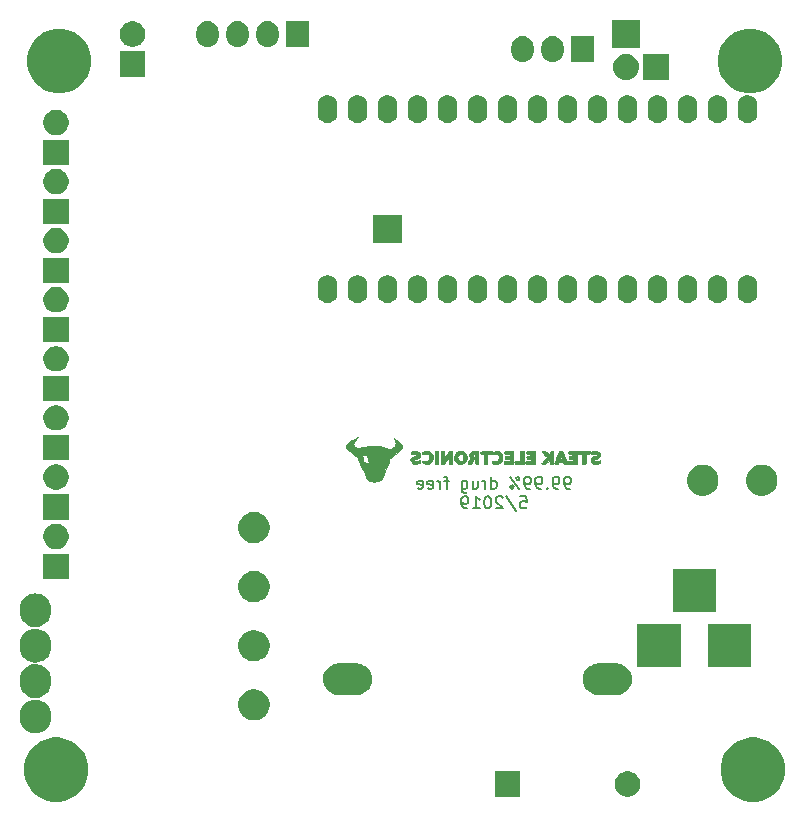
<source format=gbs>
G04 #@! TF.GenerationSoftware,KiCad,Pcbnew,5.0.0-rc2*
G04 #@! TF.CreationDate,2019-05-01T21:11:32-04:00*
G04 #@! TF.ProjectId,gassensor,67617373656E736F722E6B696361645F,rev?*
G04 #@! TF.SameCoordinates,Original*
G04 #@! TF.FileFunction,Soldermask,Bot*
G04 #@! TF.FilePolarity,Negative*
%FSLAX46Y46*%
G04 Gerber Fmt 4.6, Leading zero omitted, Abs format (unit mm)*
G04 Created by KiCad (PCBNEW 5.0.0-rc2) date Wed May  1 21:11:32 2019*
%MOMM*%
%LPD*%
G01*
G04 APERTURE LIST*
%ADD10C,0.152400*%
%ADD11C,0.010000*%
%ADD12C,0.100000*%
G04 APERTURE END LIST*
D10*
X146237476Y-100713419D02*
X146043952Y-100713419D01*
X145947190Y-100665038D01*
X145898809Y-100616657D01*
X145802047Y-100471514D01*
X145753666Y-100277990D01*
X145753666Y-99890942D01*
X145802047Y-99794180D01*
X145850428Y-99745800D01*
X145947190Y-99697419D01*
X146140714Y-99697419D01*
X146237476Y-99745800D01*
X146285857Y-99794180D01*
X146334238Y-99890942D01*
X146334238Y-100132847D01*
X146285857Y-100229609D01*
X146237476Y-100277990D01*
X146140714Y-100326371D01*
X145947190Y-100326371D01*
X145850428Y-100277990D01*
X145802047Y-100229609D01*
X145753666Y-100132847D01*
X145269857Y-100713419D02*
X145076333Y-100713419D01*
X144979571Y-100665038D01*
X144931190Y-100616657D01*
X144834428Y-100471514D01*
X144786047Y-100277990D01*
X144786047Y-99890942D01*
X144834428Y-99794180D01*
X144882809Y-99745800D01*
X144979571Y-99697419D01*
X145173095Y-99697419D01*
X145269857Y-99745800D01*
X145318238Y-99794180D01*
X145366619Y-99890942D01*
X145366619Y-100132847D01*
X145318238Y-100229609D01*
X145269857Y-100277990D01*
X145173095Y-100326371D01*
X144979571Y-100326371D01*
X144882809Y-100277990D01*
X144834428Y-100229609D01*
X144786047Y-100132847D01*
X144350619Y-100616657D02*
X144302238Y-100665038D01*
X144350619Y-100713419D01*
X144398999Y-100665038D01*
X144350619Y-100616657D01*
X144350619Y-100713419D01*
X143818428Y-100713419D02*
X143624904Y-100713419D01*
X143528142Y-100665038D01*
X143479761Y-100616657D01*
X143382999Y-100471514D01*
X143334619Y-100277990D01*
X143334619Y-99890942D01*
X143382999Y-99794180D01*
X143431380Y-99745800D01*
X143528142Y-99697419D01*
X143721666Y-99697419D01*
X143818428Y-99745800D01*
X143866809Y-99794180D01*
X143915190Y-99890942D01*
X143915190Y-100132847D01*
X143866809Y-100229609D01*
X143818428Y-100277990D01*
X143721666Y-100326371D01*
X143528142Y-100326371D01*
X143431380Y-100277990D01*
X143382999Y-100229609D01*
X143334619Y-100132847D01*
X142850809Y-100713419D02*
X142657285Y-100713419D01*
X142560523Y-100665038D01*
X142512142Y-100616657D01*
X142415380Y-100471514D01*
X142366999Y-100277990D01*
X142366999Y-99890942D01*
X142415380Y-99794180D01*
X142463761Y-99745800D01*
X142560523Y-99697419D01*
X142754047Y-99697419D01*
X142850809Y-99745800D01*
X142899190Y-99794180D01*
X142947571Y-99890942D01*
X142947571Y-100132847D01*
X142899190Y-100229609D01*
X142850809Y-100277990D01*
X142754047Y-100326371D01*
X142560523Y-100326371D01*
X142463761Y-100277990D01*
X142415380Y-100229609D01*
X142366999Y-100132847D01*
X141979952Y-100713419D02*
X141205857Y-99697419D01*
X141834809Y-99697419D02*
X141738047Y-99745800D01*
X141689666Y-99842561D01*
X141738047Y-99939323D01*
X141834809Y-99987704D01*
X141931571Y-99939323D01*
X141979952Y-99842561D01*
X141931571Y-99745800D01*
X141834809Y-99697419D01*
X141254238Y-100665038D02*
X141205857Y-100568276D01*
X141254238Y-100471514D01*
X141350999Y-100423133D01*
X141447761Y-100471514D01*
X141496142Y-100568276D01*
X141447761Y-100665038D01*
X141350999Y-100713419D01*
X141254238Y-100665038D01*
X139560904Y-100713419D02*
X139560904Y-99697419D01*
X139560904Y-100665038D02*
X139657666Y-100713419D01*
X139851190Y-100713419D01*
X139947952Y-100665038D01*
X139996333Y-100616657D01*
X140044714Y-100519895D01*
X140044714Y-100229609D01*
X139996333Y-100132847D01*
X139947952Y-100084466D01*
X139851190Y-100036085D01*
X139657666Y-100036085D01*
X139560904Y-100084466D01*
X139077095Y-100713419D02*
X139077095Y-100036085D01*
X139077095Y-100229609D02*
X139028714Y-100132847D01*
X138980333Y-100084466D01*
X138883571Y-100036085D01*
X138786809Y-100036085D01*
X138012714Y-100036085D02*
X138012714Y-100713419D01*
X138448142Y-100036085D02*
X138448142Y-100568276D01*
X138399761Y-100665038D01*
X138302999Y-100713419D01*
X138157857Y-100713419D01*
X138061095Y-100665038D01*
X138012714Y-100616657D01*
X137093476Y-100036085D02*
X137093476Y-100858561D01*
X137141857Y-100955323D01*
X137190238Y-101003704D01*
X137286999Y-101052085D01*
X137432142Y-101052085D01*
X137528904Y-101003704D01*
X137093476Y-100665038D02*
X137190238Y-100713419D01*
X137383761Y-100713419D01*
X137480523Y-100665038D01*
X137528904Y-100616657D01*
X137577285Y-100519895D01*
X137577285Y-100229609D01*
X137528904Y-100132847D01*
X137480523Y-100084466D01*
X137383761Y-100036085D01*
X137190238Y-100036085D01*
X137093476Y-100084466D01*
X135980714Y-100036085D02*
X135593666Y-100036085D01*
X135835571Y-100713419D02*
X135835571Y-99842561D01*
X135787190Y-99745800D01*
X135690428Y-99697419D01*
X135593666Y-99697419D01*
X135254999Y-100713419D02*
X135254999Y-100036085D01*
X135254999Y-100229609D02*
X135206619Y-100132847D01*
X135158238Y-100084466D01*
X135061476Y-100036085D01*
X134964714Y-100036085D01*
X134238999Y-100665038D02*
X134335761Y-100713419D01*
X134529285Y-100713419D01*
X134626047Y-100665038D01*
X134674428Y-100568276D01*
X134674428Y-100181228D01*
X134626047Y-100084466D01*
X134529285Y-100036085D01*
X134335761Y-100036085D01*
X134238999Y-100084466D01*
X134190619Y-100181228D01*
X134190619Y-100277990D01*
X134674428Y-100374752D01*
X133368142Y-100665038D02*
X133464904Y-100713419D01*
X133658428Y-100713419D01*
X133755190Y-100665038D01*
X133803571Y-100568276D01*
X133803571Y-100181228D01*
X133755190Y-100084466D01*
X133658428Y-100036085D01*
X133464904Y-100036085D01*
X133368142Y-100084466D01*
X133319761Y-100181228D01*
X133319761Y-100277990D01*
X133803571Y-100374752D01*
X142052523Y-101373819D02*
X142536333Y-101373819D01*
X142584714Y-101857628D01*
X142536333Y-101809247D01*
X142439571Y-101760866D01*
X142197666Y-101760866D01*
X142100904Y-101809247D01*
X142052523Y-101857628D01*
X142004142Y-101954390D01*
X142004142Y-102196295D01*
X142052523Y-102293057D01*
X142100904Y-102341438D01*
X142197666Y-102389819D01*
X142439571Y-102389819D01*
X142536333Y-102341438D01*
X142584714Y-102293057D01*
X140843000Y-101325438D02*
X141713857Y-102631723D01*
X140552714Y-101470580D02*
X140504333Y-101422200D01*
X140407571Y-101373819D01*
X140165666Y-101373819D01*
X140068904Y-101422200D01*
X140020523Y-101470580D01*
X139972142Y-101567342D01*
X139972142Y-101664104D01*
X140020523Y-101809247D01*
X140601095Y-102389819D01*
X139972142Y-102389819D01*
X139343190Y-101373819D02*
X139246428Y-101373819D01*
X139149666Y-101422200D01*
X139101285Y-101470580D01*
X139052904Y-101567342D01*
X139004523Y-101760866D01*
X139004523Y-102002771D01*
X139052904Y-102196295D01*
X139101285Y-102293057D01*
X139149666Y-102341438D01*
X139246428Y-102389819D01*
X139343190Y-102389819D01*
X139439952Y-102341438D01*
X139488333Y-102293057D01*
X139536714Y-102196295D01*
X139585095Y-102002771D01*
X139585095Y-101760866D01*
X139536714Y-101567342D01*
X139488333Y-101470580D01*
X139439952Y-101422200D01*
X139343190Y-101373819D01*
X138036904Y-102389819D02*
X138617476Y-102389819D01*
X138327190Y-102389819D02*
X138327190Y-101373819D01*
X138423952Y-101518961D01*
X138520714Y-101615723D01*
X138617476Y-101664104D01*
X137553095Y-102389819D02*
X137359571Y-102389819D01*
X137262809Y-102341438D01*
X137214428Y-102293057D01*
X137117666Y-102147914D01*
X137069285Y-101954390D01*
X137069285Y-101567342D01*
X137117666Y-101470580D01*
X137166047Y-101422200D01*
X137262809Y-101373819D01*
X137456333Y-101373819D01*
X137553095Y-101422200D01*
X137601476Y-101470580D01*
X137649857Y-101567342D01*
X137649857Y-101809247D01*
X137601476Y-101906009D01*
X137553095Y-101954390D01*
X137456333Y-102002771D01*
X137262809Y-102002771D01*
X137166047Y-101954390D01*
X137117666Y-101906009D01*
X137069285Y-101809247D01*
D11*
G04 #@! TO.C,G\002A\002A\002A*
G36*
X132947543Y-97560065D02*
X132833363Y-97597149D01*
X132790089Y-97664057D01*
X132792948Y-97714716D01*
X132839236Y-97780496D01*
X132901401Y-97781683D01*
X133085404Y-97757325D01*
X133216903Y-97772661D01*
X133280311Y-97825570D01*
X133282451Y-97833549D01*
X133266586Y-97893801D01*
X133178959Y-97932811D01*
X133133114Y-97942674D01*
X132935666Y-98008692D01*
X132804849Y-98112398D01*
X132747213Y-98240920D01*
X132769306Y-98381381D01*
X132851446Y-98496372D01*
X132997709Y-98581541D01*
X133208364Y-98606897D01*
X133465454Y-98577136D01*
X133543472Y-98537784D01*
X133568931Y-98443767D01*
X133569364Y-98421169D01*
X133569364Y-98285215D01*
X133396718Y-98357351D01*
X133244521Y-98400729D01*
X133118160Y-98400974D01*
X133038705Y-98361419D01*
X133023903Y-98298367D01*
X133080353Y-98233537D01*
X133210646Y-98185581D01*
X133220929Y-98183366D01*
X133419164Y-98113336D01*
X133534982Y-98002402D01*
X133569364Y-97863661D01*
X133531989Y-97705224D01*
X133420370Y-97601251D01*
X133235269Y-97552304D01*
X133142182Y-97548253D01*
X132947543Y-97560065D01*
X132947543Y-97560065D01*
G37*
X132947543Y-97560065D02*
X132833363Y-97597149D01*
X132790089Y-97664057D01*
X132792948Y-97714716D01*
X132839236Y-97780496D01*
X132901401Y-97781683D01*
X133085404Y-97757325D01*
X133216903Y-97772661D01*
X133280311Y-97825570D01*
X133282451Y-97833549D01*
X133266586Y-97893801D01*
X133178959Y-97932811D01*
X133133114Y-97942674D01*
X132935666Y-98008692D01*
X132804849Y-98112398D01*
X132747213Y-98240920D01*
X132769306Y-98381381D01*
X132851446Y-98496372D01*
X132997709Y-98581541D01*
X133208364Y-98606897D01*
X133465454Y-98577136D01*
X133543472Y-98537784D01*
X133568931Y-98443767D01*
X133569364Y-98421169D01*
X133569364Y-98285215D01*
X133396718Y-98357351D01*
X133244521Y-98400729D01*
X133118160Y-98400974D01*
X133038705Y-98361419D01*
X133023903Y-98298367D01*
X133080353Y-98233537D01*
X133210646Y-98185581D01*
X133220929Y-98183366D01*
X133419164Y-98113336D01*
X133534982Y-98002402D01*
X133569364Y-97863661D01*
X133531989Y-97705224D01*
X133420370Y-97601251D01*
X133235269Y-97552304D01*
X133142182Y-97548253D01*
X132947543Y-97560065D01*
G36*
X133939714Y-97555271D02*
X133823931Y-97583269D01*
X133767467Y-97638772D01*
X133754091Y-97717235D01*
X133766081Y-97797521D01*
X133819685Y-97806389D01*
X133858000Y-97794596D01*
X134057314Y-97757199D01*
X134212499Y-97793897D01*
X134314493Y-97899407D01*
X134354236Y-98068444D01*
X134354454Y-98084165D01*
X134319023Y-98238829D01*
X134227397Y-98352135D01*
X134101576Y-98408169D01*
X133963560Y-98391014D01*
X133943599Y-98381377D01*
X133828983Y-98336812D01*
X133769293Y-98361039D01*
X133754091Y-98442705D01*
X133788564Y-98543285D01*
X133858000Y-98580620D01*
X134049357Y-98606872D01*
X134247852Y-98595245D01*
X134400636Y-98550955D01*
X134495216Y-98472651D01*
X134584639Y-98350676D01*
X134601672Y-98318719D01*
X134661601Y-98101798D01*
X134631716Y-97891480D01*
X134514309Y-97701270D01*
X134493156Y-97679143D01*
X134391278Y-97595177D01*
X134280791Y-97556465D01*
X134130875Y-97547546D01*
X133939714Y-97555271D01*
X133939714Y-97555271D01*
G37*
X133939714Y-97555271D02*
X133823931Y-97583269D01*
X133767467Y-97638772D01*
X133754091Y-97717235D01*
X133766081Y-97797521D01*
X133819685Y-97806389D01*
X133858000Y-97794596D01*
X134057314Y-97757199D01*
X134212499Y-97793897D01*
X134314493Y-97899407D01*
X134354236Y-98068444D01*
X134354454Y-98084165D01*
X134319023Y-98238829D01*
X134227397Y-98352135D01*
X134101576Y-98408169D01*
X133963560Y-98391014D01*
X133943599Y-98381377D01*
X133828983Y-98336812D01*
X133769293Y-98361039D01*
X133754091Y-98442705D01*
X133788564Y-98543285D01*
X133858000Y-98580620D01*
X134049357Y-98606872D01*
X134247852Y-98595245D01*
X134400636Y-98550955D01*
X134495216Y-98472651D01*
X134584639Y-98350676D01*
X134601672Y-98318719D01*
X134661601Y-98101798D01*
X134631716Y-97891480D01*
X134514309Y-97701270D01*
X134493156Y-97679143D01*
X134391278Y-97595177D01*
X134280791Y-97556465D01*
X134130875Y-97547546D01*
X133939714Y-97555271D01*
G36*
X134816273Y-98609728D02*
X134947121Y-98609728D01*
X135048370Y-98603715D01*
X135097212Y-98590671D01*
X135103721Y-98539609D01*
X135106653Y-98415727D01*
X135105833Y-98238506D01*
X135102028Y-98059580D01*
X135087602Y-97547546D01*
X134816273Y-97547546D01*
X134816273Y-98609728D01*
X134816273Y-98609728D01*
G37*
X134816273Y-98609728D02*
X134947121Y-98609728D01*
X135048370Y-98603715D01*
X135097212Y-98590671D01*
X135103721Y-98539609D01*
X135106653Y-98415727D01*
X135105833Y-98238506D01*
X135102028Y-98059580D01*
X135087602Y-97547546D01*
X134816273Y-97547546D01*
X134816273Y-98609728D01*
G36*
X136016528Y-97554293D02*
X135954743Y-97586184D01*
X135894322Y-97660695D01*
X135817607Y-97795298D01*
X135785604Y-97856080D01*
X135624454Y-98164614D01*
X135610799Y-97856080D01*
X135601981Y-97692130D01*
X135587139Y-97599855D01*
X135556251Y-97558654D01*
X135499295Y-97547923D01*
X135460708Y-97547546D01*
X135324273Y-97547546D01*
X135324273Y-98615303D01*
X135490061Y-98600970D01*
X135577624Y-98587146D01*
X135643783Y-98551707D01*
X135706684Y-98476643D01*
X135784475Y-98343947D01*
X135824880Y-98268717D01*
X135993909Y-97950798D01*
X136007478Y-98280263D01*
X136016403Y-98451239D01*
X136030678Y-98549773D01*
X136057972Y-98595757D01*
X136105951Y-98609084D01*
X136134478Y-98609728D01*
X136247909Y-98609728D01*
X136247909Y-97547546D01*
X136097331Y-97547546D01*
X136016528Y-97554293D01*
X136016528Y-97554293D01*
G37*
X136016528Y-97554293D02*
X135954743Y-97586184D01*
X135894322Y-97660695D01*
X135817607Y-97795298D01*
X135785604Y-97856080D01*
X135624454Y-98164614D01*
X135610799Y-97856080D01*
X135601981Y-97692130D01*
X135587139Y-97599855D01*
X135556251Y-97558654D01*
X135499295Y-97547923D01*
X135460708Y-97547546D01*
X135324273Y-97547546D01*
X135324273Y-98615303D01*
X135490061Y-98600970D01*
X135577624Y-98587146D01*
X135643783Y-98551707D01*
X135706684Y-98476643D01*
X135784475Y-98343947D01*
X135824880Y-98268717D01*
X135993909Y-97950798D01*
X136007478Y-98280263D01*
X136016403Y-98451239D01*
X136030678Y-98549773D01*
X136057972Y-98595757D01*
X136105951Y-98609084D01*
X136134478Y-98609728D01*
X136247909Y-98609728D01*
X136247909Y-97547546D01*
X136097331Y-97547546D01*
X136016528Y-97554293D01*
G36*
X136820561Y-97554752D02*
X136712295Y-97583818D01*
X136624762Y-97645915D01*
X136601692Y-97668176D01*
X136492373Y-97832053D01*
X136444324Y-98025489D01*
X136455869Y-98222731D01*
X136525331Y-98398026D01*
X136651035Y-98525618D01*
X136657753Y-98529687D01*
X136828938Y-98589530D01*
X137034792Y-98604192D01*
X137228030Y-98571085D01*
X137252072Y-98562215D01*
X137386149Y-98462998D01*
X137482093Y-98305801D01*
X137529828Y-98120642D01*
X137526120Y-98056288D01*
X137221344Y-98056288D01*
X137198093Y-98222551D01*
X137168477Y-98292188D01*
X137085685Y-98364186D01*
X136970015Y-98375245D01*
X136853406Y-98330225D01*
X136767797Y-98233989D01*
X136766332Y-98230974D01*
X136729994Y-98062792D01*
X136772751Y-97905384D01*
X136877036Y-97793583D01*
X136964742Y-97747832D01*
X137037437Y-97758801D01*
X137102273Y-97797299D01*
X137187947Y-97903646D01*
X137221344Y-98056288D01*
X137526120Y-98056288D01*
X137519277Y-97937538D01*
X137489047Y-97856237D01*
X137380695Y-97686168D01*
X137256084Y-97590289D01*
X137086843Y-97551223D01*
X136985066Y-97547546D01*
X136820561Y-97554752D01*
X136820561Y-97554752D01*
G37*
X136820561Y-97554752D02*
X136712295Y-97583818D01*
X136624762Y-97645915D01*
X136601692Y-97668176D01*
X136492373Y-97832053D01*
X136444324Y-98025489D01*
X136455869Y-98222731D01*
X136525331Y-98398026D01*
X136651035Y-98525618D01*
X136657753Y-98529687D01*
X136828938Y-98589530D01*
X137034792Y-98604192D01*
X137228030Y-98571085D01*
X137252072Y-98562215D01*
X137386149Y-98462998D01*
X137482093Y-98305801D01*
X137529828Y-98120642D01*
X137526120Y-98056288D01*
X137221344Y-98056288D01*
X137198093Y-98222551D01*
X137168477Y-98292188D01*
X137085685Y-98364186D01*
X136970015Y-98375245D01*
X136853406Y-98330225D01*
X136767797Y-98233989D01*
X136766332Y-98230974D01*
X136729994Y-98062792D01*
X136772751Y-97905384D01*
X136877036Y-97793583D01*
X136964742Y-97747832D01*
X137037437Y-97758801D01*
X137102273Y-97797299D01*
X137187947Y-97903646D01*
X137221344Y-98056288D01*
X137526120Y-98056288D01*
X137519277Y-97937538D01*
X137489047Y-97856237D01*
X137380695Y-97686168D01*
X137256084Y-97590289D01*
X137086843Y-97551223D01*
X136985066Y-97547546D01*
X136820561Y-97554752D01*
G36*
X138017356Y-97550909D02*
X137908910Y-97566302D01*
X137838384Y-97601682D01*
X137778598Y-97665005D01*
X137775261Y-97669228D01*
X137709183Y-97769040D01*
X137679653Y-97844896D01*
X137679545Y-97847728D01*
X137706174Y-97920804D01*
X137770720Y-98020391D01*
X137775261Y-98026227D01*
X137827441Y-98106825D01*
X137831411Y-98146920D01*
X137826529Y-98147910D01*
X137788347Y-98185144D01*
X137729034Y-98276928D01*
X137664910Y-98393379D01*
X137612295Y-98504617D01*
X137587511Y-98580761D01*
X137587182Y-98586133D01*
X137627736Y-98601959D01*
X137726994Y-98609600D01*
X137743215Y-98609728D01*
X137860062Y-98594429D01*
X137927984Y-98530473D01*
X137958266Y-98467249D01*
X138037143Y-98319976D01*
X138124958Y-98222168D01*
X138190844Y-98194091D01*
X138216420Y-98235375D01*
X138231761Y-98339824D01*
X138233727Y-98401910D01*
X138237743Y-98529700D01*
X138260932Y-98590226D01*
X138320005Y-98608553D01*
X138372273Y-98609728D01*
X138510818Y-98609728D01*
X138510818Y-97893910D01*
X138233727Y-97893910D01*
X138206176Y-97986632D01*
X138138422Y-98005512D01*
X138052818Y-97944664D01*
X138050679Y-97942114D01*
X138018180Y-97855383D01*
X138065469Y-97794286D01*
X138144089Y-97778455D01*
X138214795Y-97806991D01*
X138233727Y-97893910D01*
X138510818Y-97893910D01*
X138510818Y-97547546D01*
X138190897Y-97547546D01*
X138017356Y-97550909D01*
X138017356Y-97550909D01*
G37*
X138017356Y-97550909D02*
X137908910Y-97566302D01*
X137838384Y-97601682D01*
X137778598Y-97665005D01*
X137775261Y-97669228D01*
X137709183Y-97769040D01*
X137679653Y-97844896D01*
X137679545Y-97847728D01*
X137706174Y-97920804D01*
X137770720Y-98020391D01*
X137775261Y-98026227D01*
X137827441Y-98106825D01*
X137831411Y-98146920D01*
X137826529Y-98147910D01*
X137788347Y-98185144D01*
X137729034Y-98276928D01*
X137664910Y-98393379D01*
X137612295Y-98504617D01*
X137587511Y-98580761D01*
X137587182Y-98586133D01*
X137627736Y-98601959D01*
X137726994Y-98609600D01*
X137743215Y-98609728D01*
X137860062Y-98594429D01*
X137927984Y-98530473D01*
X137958266Y-98467249D01*
X138037143Y-98319976D01*
X138124958Y-98222168D01*
X138190844Y-98194091D01*
X138216420Y-98235375D01*
X138231761Y-98339824D01*
X138233727Y-98401910D01*
X138237743Y-98529700D01*
X138260932Y-98590226D01*
X138320005Y-98608553D01*
X138372273Y-98609728D01*
X138510818Y-98609728D01*
X138510818Y-97893910D01*
X138233727Y-97893910D01*
X138206176Y-97986632D01*
X138138422Y-98005512D01*
X138052818Y-97944664D01*
X138050679Y-97942114D01*
X138018180Y-97855383D01*
X138065469Y-97794286D01*
X138144089Y-97778455D01*
X138214795Y-97806991D01*
X138233727Y-97893910D01*
X138510818Y-97893910D01*
X138510818Y-97547546D01*
X138190897Y-97547546D01*
X138017356Y-97550909D01*
G36*
X139122727Y-97557529D02*
X138903203Y-97564533D01*
X138759931Y-97573938D01*
X138676807Y-97589165D01*
X138637726Y-97613636D01*
X138626581Y-97650772D01*
X138626273Y-97663000D01*
X138646147Y-97727498D01*
X138721228Y-97759930D01*
X138799454Y-97769697D01*
X138972636Y-97784031D01*
X138972636Y-98609728D01*
X139249727Y-98609728D01*
X139249727Y-97778455D01*
X139434454Y-97778455D01*
X139553409Y-97772222D01*
X139606284Y-97742536D01*
X139619100Y-97672912D01*
X139619182Y-97661438D01*
X139619182Y-97544421D01*
X139122727Y-97557529D01*
X139122727Y-97557529D01*
G37*
X139122727Y-97557529D02*
X138903203Y-97564533D01*
X138759931Y-97573938D01*
X138676807Y-97589165D01*
X138637726Y-97613636D01*
X138626581Y-97650772D01*
X138626273Y-97663000D01*
X138646147Y-97727498D01*
X138721228Y-97759930D01*
X138799454Y-97769697D01*
X138972636Y-97784031D01*
X138972636Y-98609728D01*
X139249727Y-98609728D01*
X139249727Y-97778455D01*
X139434454Y-97778455D01*
X139553409Y-97772222D01*
X139606284Y-97742536D01*
X139619100Y-97672912D01*
X139619182Y-97661438D01*
X139619182Y-97544421D01*
X139122727Y-97557529D01*
G36*
X139970044Y-97557071D02*
X139814643Y-97567010D01*
X139728789Y-97585287D01*
X139689712Y-97623171D01*
X139674641Y-97691935D01*
X139673228Y-97703990D01*
X139671816Y-97795416D01*
X139705418Y-97816372D01*
X139735246Y-97807702D01*
X139896903Y-97755486D01*
X140008734Y-97751705D01*
X140101226Y-97799180D01*
X140153109Y-97846366D01*
X140236273Y-97950265D01*
X140256266Y-98052243D01*
X140247658Y-98116334D01*
X140182075Y-98287007D01*
X140066800Y-98379994D01*
X139902751Y-98394871D01*
X139738927Y-98350984D01*
X139683013Y-98352426D01*
X139665474Y-98427056D01*
X139665364Y-98438209D01*
X139691506Y-98536574D01*
X139738413Y-98581696D01*
X139892821Y-98608462D01*
X140080054Y-98598238D01*
X140250117Y-98554918D01*
X140284445Y-98539188D01*
X140425757Y-98443930D01*
X140505555Y-98324833D01*
X140538223Y-98155209D01*
X140541349Y-98062529D01*
X140535323Y-97907645D01*
X140505117Y-97805515D01*
X140436011Y-97717015D01*
X140397225Y-97679508D01*
X140306227Y-97603272D01*
X140220457Y-97564474D01*
X140105129Y-97553145D01*
X139970044Y-97557071D01*
X139970044Y-97557071D01*
G37*
X139970044Y-97557071D02*
X139814643Y-97567010D01*
X139728789Y-97585287D01*
X139689712Y-97623171D01*
X139674641Y-97691935D01*
X139673228Y-97703990D01*
X139671816Y-97795416D01*
X139705418Y-97816372D01*
X139735246Y-97807702D01*
X139896903Y-97755486D01*
X140008734Y-97751705D01*
X140101226Y-97799180D01*
X140153109Y-97846366D01*
X140236273Y-97950265D01*
X140256266Y-98052243D01*
X140247658Y-98116334D01*
X140182075Y-98287007D01*
X140066800Y-98379994D01*
X139902751Y-98394871D01*
X139738927Y-98350984D01*
X139683013Y-98352426D01*
X139665474Y-98427056D01*
X139665364Y-98438209D01*
X139691506Y-98536574D01*
X139738413Y-98581696D01*
X139892821Y-98608462D01*
X140080054Y-98598238D01*
X140250117Y-98554918D01*
X140284445Y-98539188D01*
X140425757Y-98443930D01*
X140505555Y-98324833D01*
X140538223Y-98155209D01*
X140541349Y-98062529D01*
X140535323Y-97907645D01*
X140505117Y-97805515D01*
X140436011Y-97717015D01*
X140397225Y-97679508D01*
X140306227Y-97603272D01*
X140220457Y-97564474D01*
X140105129Y-97553145D01*
X139970044Y-97557071D01*
G36*
X140867584Y-97548776D02*
X140757867Y-97556393D01*
X140702822Y-97576286D01*
X140683605Y-97614343D01*
X140681364Y-97663000D01*
X140688850Y-97731522D01*
X140727057Y-97765705D01*
X140819603Y-97777361D01*
X140912273Y-97778455D01*
X141052716Y-97784221D01*
X141122535Y-97806509D01*
X141143025Y-97852803D01*
X141143182Y-97859606D01*
X141128299Y-97909199D01*
X141068544Y-97928546D01*
X140941252Y-97924691D01*
X140935364Y-97924228D01*
X140807835Y-97917369D01*
X140747326Y-97933882D01*
X140728850Y-97988998D01*
X140727545Y-98050896D01*
X140733192Y-98138924D01*
X140766858Y-98180614D01*
X140853637Y-98193256D01*
X140935364Y-98194091D01*
X141065233Y-98200135D01*
X141126645Y-98225229D01*
X141143102Y-98279820D01*
X141143182Y-98286455D01*
X141131025Y-98341855D01*
X141079423Y-98369485D01*
X140965682Y-98378423D01*
X140912273Y-98378819D01*
X140775230Y-98382562D01*
X140706863Y-98401665D01*
X140683551Y-98447939D01*
X140681364Y-98494273D01*
X140685301Y-98551534D01*
X140709675Y-98585820D01*
X140773332Y-98603022D01*
X140895116Y-98609027D01*
X141050818Y-98609728D01*
X141420273Y-98609728D01*
X141420273Y-97547546D01*
X141050818Y-97547546D01*
X140867584Y-97548776D01*
X140867584Y-97548776D01*
G37*
X140867584Y-97548776D02*
X140757867Y-97556393D01*
X140702822Y-97576286D01*
X140683605Y-97614343D01*
X140681364Y-97663000D01*
X140688850Y-97731522D01*
X140727057Y-97765705D01*
X140819603Y-97777361D01*
X140912273Y-97778455D01*
X141052716Y-97784221D01*
X141122535Y-97806509D01*
X141143025Y-97852803D01*
X141143182Y-97859606D01*
X141128299Y-97909199D01*
X141068544Y-97928546D01*
X140941252Y-97924691D01*
X140935364Y-97924228D01*
X140807835Y-97917369D01*
X140747326Y-97933882D01*
X140728850Y-97988998D01*
X140727545Y-98050896D01*
X140733192Y-98138924D01*
X140766858Y-98180614D01*
X140853637Y-98193256D01*
X140935364Y-98194091D01*
X141065233Y-98200135D01*
X141126645Y-98225229D01*
X141143102Y-98279820D01*
X141143182Y-98286455D01*
X141131025Y-98341855D01*
X141079423Y-98369485D01*
X140965682Y-98378423D01*
X140912273Y-98378819D01*
X140775230Y-98382562D01*
X140706863Y-98401665D01*
X140683551Y-98447939D01*
X140681364Y-98494273D01*
X140685301Y-98551534D01*
X140709675Y-98585820D01*
X140773332Y-98603022D01*
X140895116Y-98609027D01*
X141050818Y-98609728D01*
X141420273Y-98609728D01*
X141420273Y-97547546D01*
X141050818Y-97547546D01*
X140867584Y-97548776D01*
G36*
X142020636Y-98378819D02*
X141789727Y-98378819D01*
X141652685Y-98382562D01*
X141584318Y-98401665D01*
X141561006Y-98447939D01*
X141558818Y-98494273D01*
X141562422Y-98550182D01*
X141585426Y-98584303D01*
X141646115Y-98602015D01*
X141762778Y-98608697D01*
X141951364Y-98609728D01*
X142343909Y-98609728D01*
X142343909Y-97547546D01*
X142020636Y-97547546D01*
X142020636Y-98378819D01*
X142020636Y-98378819D01*
G37*
X142020636Y-98378819D02*
X141789727Y-98378819D01*
X141652685Y-98382562D01*
X141584318Y-98401665D01*
X141561006Y-98447939D01*
X141558818Y-98494273D01*
X141562422Y-98550182D01*
X141585426Y-98584303D01*
X141646115Y-98602015D01*
X141762778Y-98608697D01*
X141951364Y-98609728D01*
X142343909Y-98609728D01*
X142343909Y-97547546D01*
X142020636Y-97547546D01*
X142020636Y-98378819D01*
G36*
X142714857Y-97548776D02*
X142605140Y-97556393D01*
X142550095Y-97576286D01*
X142530878Y-97614343D01*
X142528636Y-97663000D01*
X142537250Y-97734245D01*
X142579589Y-97768000D01*
X142680401Y-97778014D01*
X142736454Y-97778455D01*
X142873430Y-97787521D01*
X142935823Y-97818346D01*
X142944273Y-97847728D01*
X142913769Y-97895895D01*
X142812653Y-97915743D01*
X142759545Y-97917000D01*
X142641097Y-97922471D01*
X142588441Y-97952119D01*
X142575110Y-98025796D01*
X142574818Y-98055546D01*
X142582113Y-98144382D01*
X142621643Y-98183874D01*
X142719879Y-98193873D01*
X142759545Y-98194091D01*
X142880401Y-98201837D01*
X142933814Y-98233143D01*
X142944273Y-98286455D01*
X142932116Y-98341855D01*
X142880514Y-98369485D01*
X142766773Y-98378423D01*
X142713364Y-98378819D01*
X142576321Y-98382562D01*
X142507954Y-98401665D01*
X142484642Y-98447939D01*
X142482454Y-98494273D01*
X142486059Y-98550182D01*
X142509062Y-98584303D01*
X142569752Y-98602015D01*
X142686414Y-98608697D01*
X142875000Y-98609728D01*
X143267545Y-98609728D01*
X143267545Y-97547546D01*
X142898091Y-97547546D01*
X142714857Y-97548776D01*
X142714857Y-97548776D01*
G37*
X142714857Y-97548776D02*
X142605140Y-97556393D01*
X142550095Y-97576286D01*
X142530878Y-97614343D01*
X142528636Y-97663000D01*
X142537250Y-97734245D01*
X142579589Y-97768000D01*
X142680401Y-97778014D01*
X142736454Y-97778455D01*
X142873430Y-97787521D01*
X142935823Y-97818346D01*
X142944273Y-97847728D01*
X142913769Y-97895895D01*
X142812653Y-97915743D01*
X142759545Y-97917000D01*
X142641097Y-97922471D01*
X142588441Y-97952119D01*
X142575110Y-98025796D01*
X142574818Y-98055546D01*
X142582113Y-98144382D01*
X142621643Y-98183874D01*
X142719879Y-98193873D01*
X142759545Y-98194091D01*
X142880401Y-98201837D01*
X142933814Y-98233143D01*
X142944273Y-98286455D01*
X142932116Y-98341855D01*
X142880514Y-98369485D01*
X142766773Y-98378423D01*
X142713364Y-98378819D01*
X142576321Y-98382562D01*
X142507954Y-98401665D01*
X142484642Y-98447939D01*
X142482454Y-98494273D01*
X142486059Y-98550182D01*
X142509062Y-98584303D01*
X142569752Y-98602015D01*
X142686414Y-98608697D01*
X142875000Y-98609728D01*
X143267545Y-98609728D01*
X143267545Y-97547546D01*
X142898091Y-97547546D01*
X142714857Y-97548776D01*
G36*
X144611818Y-97557127D02*
X144569769Y-97603917D01*
X144552359Y-97714989D01*
X144551879Y-97720728D01*
X144537545Y-97893910D01*
X144376229Y-97720728D01*
X144258451Y-97610251D01*
X144153336Y-97558896D01*
X144041411Y-97547546D01*
X143929898Y-97553688D01*
X143870771Y-97568917D01*
X143867909Y-97573635D01*
X143898545Y-97616515D01*
X143978973Y-97704208D01*
X144091972Y-97817966D01*
X144095265Y-97821176D01*
X144322621Y-98042628D01*
X144072174Y-98289964D01*
X143952451Y-98412635D01*
X143863891Y-98511826D01*
X143822818Y-98569056D01*
X143821727Y-98573514D01*
X143862519Y-98596898D01*
X143963534Y-98609183D01*
X143993161Y-98609728D01*
X144110062Y-98595913D01*
X144215692Y-98543523D01*
X144341261Y-98436141D01*
X144362616Y-98415385D01*
X144560636Y-98221042D01*
X144560636Y-98415385D01*
X144565429Y-98537781D01*
X144592098Y-98593743D01*
X144659085Y-98609135D01*
X144699182Y-98609728D01*
X144837727Y-98609728D01*
X144837727Y-97547546D01*
X144701970Y-97547546D01*
X144611818Y-97557127D01*
X144611818Y-97557127D01*
G37*
X144611818Y-97557127D02*
X144569769Y-97603917D01*
X144552359Y-97714989D01*
X144551879Y-97720728D01*
X144537545Y-97893910D01*
X144376229Y-97720728D01*
X144258451Y-97610251D01*
X144153336Y-97558896D01*
X144041411Y-97547546D01*
X143929898Y-97553688D01*
X143870771Y-97568917D01*
X143867909Y-97573635D01*
X143898545Y-97616515D01*
X143978973Y-97704208D01*
X144091972Y-97817966D01*
X144095265Y-97821176D01*
X144322621Y-98042628D01*
X144072174Y-98289964D01*
X143952451Y-98412635D01*
X143863891Y-98511826D01*
X143822818Y-98569056D01*
X143821727Y-98573514D01*
X143862519Y-98596898D01*
X143963534Y-98609183D01*
X143993161Y-98609728D01*
X144110062Y-98595913D01*
X144215692Y-98543523D01*
X144341261Y-98436141D01*
X144362616Y-98415385D01*
X144560636Y-98221042D01*
X144560636Y-98415385D01*
X144565429Y-98537781D01*
X144592098Y-98593743D01*
X144659085Y-98609135D01*
X144699182Y-98609728D01*
X144837727Y-98609728D01*
X144837727Y-97547546D01*
X144701970Y-97547546D01*
X144611818Y-97557127D01*
G36*
X145363312Y-97558493D02*
X145297339Y-97604709D01*
X145263597Y-97674546D01*
X145222248Y-97786690D01*
X145163759Y-97946233D01*
X145115390Y-98078637D01*
X145054891Y-98243062D01*
X145001245Y-98386364D01*
X144972214Y-98461810D01*
X144938122Y-98558702D01*
X144953260Y-98600072D01*
X145035869Y-98609562D01*
X145086341Y-98609728D01*
X145204890Y-98593661D01*
X145260413Y-98536916D01*
X145266745Y-98517364D01*
X145302580Y-98456257D01*
X145384756Y-98429401D01*
X145484273Y-98425000D01*
X145614687Y-98434484D01*
X145680302Y-98470380D01*
X145701801Y-98517364D01*
X145746656Y-98584958D01*
X145848940Y-98609007D01*
X145882204Y-98609728D01*
X145986961Y-98605578D01*
X146037597Y-98595419D01*
X146038454Y-98593744D01*
X146034193Y-98576579D01*
X146018891Y-98530763D01*
X145988771Y-98445832D01*
X145940056Y-98311322D01*
X145868968Y-98116769D01*
X145861634Y-98096776D01*
X145569627Y-98096776D01*
X145556453Y-98170162D01*
X145479332Y-98194091D01*
X145408963Y-98174819D01*
X145410059Y-98121041D01*
X145436589Y-98008132D01*
X145439560Y-97970951D01*
X145448238Y-97924014D01*
X145482637Y-97950139D01*
X145508832Y-97983554D01*
X145569627Y-98096776D01*
X145861634Y-98096776D01*
X145771730Y-97851710D01*
X145706640Y-97674546D01*
X145660142Y-97588773D01*
X145583787Y-97553260D01*
X145485358Y-97547546D01*
X145363312Y-97558493D01*
X145363312Y-97558493D01*
G37*
X145363312Y-97558493D02*
X145297339Y-97604709D01*
X145263597Y-97674546D01*
X145222248Y-97786690D01*
X145163759Y-97946233D01*
X145115390Y-98078637D01*
X145054891Y-98243062D01*
X145001245Y-98386364D01*
X144972214Y-98461810D01*
X144938122Y-98558702D01*
X144953260Y-98600072D01*
X145035869Y-98609562D01*
X145086341Y-98609728D01*
X145204890Y-98593661D01*
X145260413Y-98536916D01*
X145266745Y-98517364D01*
X145302580Y-98456257D01*
X145384756Y-98429401D01*
X145484273Y-98425000D01*
X145614687Y-98434484D01*
X145680302Y-98470380D01*
X145701801Y-98517364D01*
X145746656Y-98584958D01*
X145848940Y-98609007D01*
X145882204Y-98609728D01*
X145986961Y-98605578D01*
X146037597Y-98595419D01*
X146038454Y-98593744D01*
X146034193Y-98576579D01*
X146018891Y-98530763D01*
X145988771Y-98445832D01*
X145940056Y-98311322D01*
X145868968Y-98116769D01*
X145861634Y-98096776D01*
X145569627Y-98096776D01*
X145556453Y-98170162D01*
X145479332Y-98194091D01*
X145408963Y-98174819D01*
X145410059Y-98121041D01*
X145436589Y-98008132D01*
X145439560Y-97970951D01*
X145448238Y-97924014D01*
X145482637Y-97950139D01*
X145508832Y-97983554D01*
X145569627Y-98096776D01*
X145861634Y-98096776D01*
X145771730Y-97851710D01*
X145706640Y-97674546D01*
X145660142Y-97588773D01*
X145583787Y-97553260D01*
X145485358Y-97547546D01*
X145363312Y-97558493D01*
G36*
X146317038Y-97548776D02*
X146207321Y-97556393D01*
X146152277Y-97576286D01*
X146133060Y-97614343D01*
X146130818Y-97663000D01*
X146139432Y-97734245D01*
X146181771Y-97768000D01*
X146282583Y-97778014D01*
X146338636Y-97778455D01*
X146477573Y-97788211D01*
X146539780Y-97820440D01*
X146546454Y-97845072D01*
X146505912Y-97895565D01*
X146381030Y-97923245D01*
X146350182Y-97925891D01*
X146226009Y-97941150D01*
X146169030Y-97973967D01*
X146154082Y-98040963D01*
X146153909Y-98055546D01*
X146164577Y-98129361D01*
X146213357Y-98166407D01*
X146325413Y-98183307D01*
X146350182Y-98185201D01*
X146477413Y-98202669D01*
X146535129Y-98238526D01*
X146546454Y-98289110D01*
X146533471Y-98343050D01*
X146479546Y-98369942D01*
X146362214Y-98378513D01*
X146315545Y-98378819D01*
X146178503Y-98382562D01*
X146110136Y-98401665D01*
X146086824Y-98447939D01*
X146084636Y-98494273D01*
X146088240Y-98550182D01*
X146111244Y-98584303D01*
X146171934Y-98602015D01*
X146288596Y-98608697D01*
X146477182Y-98609728D01*
X146869727Y-98609728D01*
X146869727Y-97547546D01*
X146500273Y-97547546D01*
X146317038Y-97548776D01*
X146317038Y-97548776D01*
G37*
X146317038Y-97548776D02*
X146207321Y-97556393D01*
X146152277Y-97576286D01*
X146133060Y-97614343D01*
X146130818Y-97663000D01*
X146139432Y-97734245D01*
X146181771Y-97768000D01*
X146282583Y-97778014D01*
X146338636Y-97778455D01*
X146477573Y-97788211D01*
X146539780Y-97820440D01*
X146546454Y-97845072D01*
X146505912Y-97895565D01*
X146381030Y-97923245D01*
X146350182Y-97925891D01*
X146226009Y-97941150D01*
X146169030Y-97973967D01*
X146154082Y-98040963D01*
X146153909Y-98055546D01*
X146164577Y-98129361D01*
X146213357Y-98166407D01*
X146325413Y-98183307D01*
X146350182Y-98185201D01*
X146477413Y-98202669D01*
X146535129Y-98238526D01*
X146546454Y-98289110D01*
X146533471Y-98343050D01*
X146479546Y-98369942D01*
X146362214Y-98378513D01*
X146315545Y-98378819D01*
X146178503Y-98382562D01*
X146110136Y-98401665D01*
X146086824Y-98447939D01*
X146084636Y-98494273D01*
X146088240Y-98550182D01*
X146111244Y-98584303D01*
X146171934Y-98602015D01*
X146288596Y-98608697D01*
X146477182Y-98609728D01*
X146869727Y-98609728D01*
X146869727Y-97547546D01*
X146500273Y-97547546D01*
X146317038Y-97548776D01*
G36*
X146962091Y-97663000D02*
X146974167Y-97741078D01*
X147028512Y-97773041D01*
X147123727Y-97778455D01*
X147285364Y-97778455D01*
X147285364Y-98609728D01*
X147416212Y-98609728D01*
X147521980Y-98599837D01*
X147577848Y-98578940D01*
X147592000Y-98521444D01*
X147602721Y-98395356D01*
X147608250Y-98224433D01*
X147608636Y-98163303D01*
X147608636Y-97778455D01*
X147770273Y-97778455D01*
X147879581Y-97769829D01*
X147924329Y-97731012D01*
X147931909Y-97663000D01*
X147931909Y-97547546D01*
X146962091Y-97547546D01*
X146962091Y-97663000D01*
X146962091Y-97663000D01*
G37*
X146962091Y-97663000D02*
X146974167Y-97741078D01*
X147028512Y-97773041D01*
X147123727Y-97778455D01*
X147285364Y-97778455D01*
X147285364Y-98609728D01*
X147416212Y-98609728D01*
X147521980Y-98599837D01*
X147577848Y-98578940D01*
X147592000Y-98521444D01*
X147602721Y-98395356D01*
X147608250Y-98224433D01*
X147608636Y-98163303D01*
X147608636Y-97778455D01*
X147770273Y-97778455D01*
X147879581Y-97769829D01*
X147924329Y-97731012D01*
X147931909Y-97663000D01*
X147931909Y-97547546D01*
X146962091Y-97547546D01*
X146962091Y-97663000D01*
G36*
X148207204Y-97549146D02*
X148118402Y-97560246D01*
X148079900Y-97590291D01*
X148070665Y-97648730D01*
X148070454Y-97680900D01*
X148076054Y-97761138D01*
X148109106Y-97799322D01*
X148193997Y-97809570D01*
X148289818Y-97807900D01*
X148440114Y-97814239D01*
X148519402Y-97839024D01*
X148521315Y-97874945D01*
X148439488Y-97914691D01*
X148393727Y-97927230D01*
X148207829Y-97980635D01*
X148096109Y-98040746D01*
X148040886Y-98123897D01*
X148024479Y-98246423D01*
X148024273Y-98268549D01*
X148038305Y-98415266D01*
X148088912Y-98506237D01*
X148126912Y-98537836D01*
X148242007Y-98581154D01*
X148409897Y-98602716D01*
X148593041Y-98600024D01*
X148728545Y-98577893D01*
X148794694Y-98516002D01*
X148809364Y-98422757D01*
X148801816Y-98330866D01*
X148761668Y-98311399D01*
X148690903Y-98333780D01*
X148552375Y-98367947D01*
X148433516Y-98378819D01*
X148333165Y-98356177D01*
X148305094Y-98303123D01*
X148345743Y-98241960D01*
X148451550Y-98194992D01*
X148463279Y-98192401D01*
X148647525Y-98139845D01*
X148755519Y-98066089D01*
X148803143Y-97956454D01*
X148809364Y-97872492D01*
X148792297Y-97718657D01*
X148731561Y-97620326D01*
X148612853Y-97566984D01*
X148421869Y-97548115D01*
X148367338Y-97547546D01*
X148207204Y-97549146D01*
X148207204Y-97549146D01*
G37*
X148207204Y-97549146D02*
X148118402Y-97560246D01*
X148079900Y-97590291D01*
X148070665Y-97648730D01*
X148070454Y-97680900D01*
X148076054Y-97761138D01*
X148109106Y-97799322D01*
X148193997Y-97809570D01*
X148289818Y-97807900D01*
X148440114Y-97814239D01*
X148519402Y-97839024D01*
X148521315Y-97874945D01*
X148439488Y-97914691D01*
X148393727Y-97927230D01*
X148207829Y-97980635D01*
X148096109Y-98040746D01*
X148040886Y-98123897D01*
X148024479Y-98246423D01*
X148024273Y-98268549D01*
X148038305Y-98415266D01*
X148088912Y-98506237D01*
X148126912Y-98537836D01*
X148242007Y-98581154D01*
X148409897Y-98602716D01*
X148593041Y-98600024D01*
X148728545Y-98577893D01*
X148794694Y-98516002D01*
X148809364Y-98422757D01*
X148801816Y-98330866D01*
X148761668Y-98311399D01*
X148690903Y-98333780D01*
X148552375Y-98367947D01*
X148433516Y-98378819D01*
X148333165Y-98356177D01*
X148305094Y-98303123D01*
X148345743Y-98241960D01*
X148451550Y-98194992D01*
X148463279Y-98192401D01*
X148647525Y-98139845D01*
X148755519Y-98066089D01*
X148803143Y-97956454D01*
X148809364Y-97872492D01*
X148792297Y-97718657D01*
X148731561Y-97620326D01*
X148612853Y-97566984D01*
X148421869Y-97548115D01*
X148367338Y-97547546D01*
X148207204Y-97549146D01*
G36*
X128249814Y-96364617D02*
X128141004Y-96424627D01*
X128043199Y-96485364D01*
X127911067Y-96562225D01*
X127803610Y-96612533D01*
X127760088Y-96623910D01*
X127676517Y-96651948D01*
X127558351Y-96721534D01*
X127438216Y-96810873D01*
X127348738Y-96898168D01*
X127347832Y-96899305D01*
X127307570Y-96994250D01*
X127290105Y-97121579D01*
X127333128Y-97272203D01*
X127464624Y-97447651D01*
X127684218Y-97647519D01*
X127990659Y-97870819D01*
X128144180Y-97976266D01*
X128240374Y-98056979D01*
X128298595Y-98139707D01*
X128338198Y-98251202D01*
X128374700Y-98401636D01*
X128439053Y-98622163D01*
X128530245Y-98813594D01*
X128666501Y-99010068D01*
X128761050Y-99125369D01*
X128831759Y-99243906D01*
X128896980Y-99409225D01*
X128940883Y-99576324D01*
X128950486Y-99663916D01*
X128991721Y-99786944D01*
X129098392Y-99913404D01*
X129247162Y-100021225D01*
X129393548Y-100082935D01*
X129662497Y-100128110D01*
X129915055Y-100101024D01*
X130036454Y-100064319D01*
X130217081Y-99973155D01*
X130347903Y-99836694D01*
X130441865Y-99637761D01*
X130490401Y-99462037D01*
X130586536Y-99170982D01*
X130728137Y-98902361D01*
X130730638Y-98898579D01*
X130803303Y-98771897D01*
X129386686Y-98771897D01*
X129336772Y-98779169D01*
X129251364Y-98781246D01*
X129141842Y-98778312D01*
X129101809Y-98770080D01*
X129123729Y-98761946D01*
X129250425Y-98753630D01*
X129354638Y-98761316D01*
X129386686Y-98771897D01*
X130803303Y-98771897D01*
X130845628Y-98698111D01*
X130851706Y-98679533D01*
X129294322Y-98679533D01*
X129244408Y-98686805D01*
X129159000Y-98688883D01*
X129049479Y-98685948D01*
X129009446Y-98677717D01*
X129031365Y-98669582D01*
X129158061Y-98661267D01*
X129262274Y-98668952D01*
X129294322Y-98679533D01*
X130851706Y-98679533D01*
X130881924Y-98587169D01*
X129201958Y-98587169D01*
X129152044Y-98594442D01*
X129066636Y-98596519D01*
X128957115Y-98593584D01*
X128917082Y-98585353D01*
X128939001Y-98577219D01*
X129065697Y-98568903D01*
X129169910Y-98576588D01*
X129201958Y-98587169D01*
X130881924Y-98587169D01*
X130906906Y-98510810D01*
X130912240Y-98473908D01*
X129228273Y-98473908D01*
X129188650Y-98503960D01*
X129092095Y-98516197D01*
X128972084Y-98511728D01*
X128862087Y-98491663D01*
X128797792Y-98459637D01*
X128759023Y-98378508D01*
X128731505Y-98250220D01*
X128727999Y-98217182D01*
X128701097Y-98068838D01*
X128654878Y-97943589D01*
X128646116Y-97928546D01*
X128609576Y-97863260D01*
X128623352Y-97833356D01*
X128704344Y-97825026D01*
X128773299Y-97824637D01*
X128959850Y-97850203D01*
X129075960Y-97932168D01*
X129129792Y-98078429D01*
X129135909Y-98175433D01*
X129145808Y-98303651D01*
X129170637Y-98388630D01*
X129182091Y-98401910D01*
X129226511Y-98460951D01*
X129228273Y-98473908D01*
X130912240Y-98473908D01*
X130925303Y-98383548D01*
X130942960Y-98234680D01*
X130973971Y-98146278D01*
X131039241Y-98086753D01*
X131159678Y-98024517D01*
X131164436Y-98022243D01*
X131385485Y-97893868D01*
X131596921Y-97730587D01*
X131783579Y-97548606D01*
X131930297Y-97364130D01*
X132021911Y-97193364D01*
X132045364Y-97080766D01*
X132031428Y-97004422D01*
X131980645Y-96924183D01*
X131879550Y-96823863D01*
X131724556Y-96695149D01*
X131547343Y-96557709D01*
X131426717Y-96472704D01*
X131366272Y-96442067D01*
X131369601Y-96467726D01*
X131423666Y-96533487D01*
X131482785Y-96657466D01*
X131497824Y-96824547D01*
X131469109Y-96996842D01*
X131418732Y-97107186D01*
X131331998Y-97194179D01*
X131205056Y-97275951D01*
X131178168Y-97288920D01*
X131065253Y-97333771D01*
X130976544Y-97342285D01*
X130867713Y-97314517D01*
X130798184Y-97289387D01*
X130618118Y-97231056D01*
X130418818Y-97178658D01*
X130359727Y-97165851D01*
X130183924Y-97141509D01*
X129960278Y-97126472D01*
X129707281Y-97120176D01*
X129443422Y-97122057D01*
X129187192Y-97131550D01*
X128957082Y-97148090D01*
X128771581Y-97171112D01*
X128649180Y-97200051D01*
X128614551Y-97219159D01*
X128516905Y-97262287D01*
X128371350Y-97270380D01*
X128214248Y-97246207D01*
X128081961Y-97192538D01*
X128059594Y-97176887D01*
X127945670Y-97060069D01*
X127905700Y-96938464D01*
X127941400Y-96800595D01*
X128054487Y-96634984D01*
X128157833Y-96520000D01*
X128256058Y-96411648D01*
X128287442Y-96360073D01*
X128249814Y-96364617D01*
X128249814Y-96364617D01*
G37*
X128249814Y-96364617D02*
X128141004Y-96424627D01*
X128043199Y-96485364D01*
X127911067Y-96562225D01*
X127803610Y-96612533D01*
X127760088Y-96623910D01*
X127676517Y-96651948D01*
X127558351Y-96721534D01*
X127438216Y-96810873D01*
X127348738Y-96898168D01*
X127347832Y-96899305D01*
X127307570Y-96994250D01*
X127290105Y-97121579D01*
X127333128Y-97272203D01*
X127464624Y-97447651D01*
X127684218Y-97647519D01*
X127990659Y-97870819D01*
X128144180Y-97976266D01*
X128240374Y-98056979D01*
X128298595Y-98139707D01*
X128338198Y-98251202D01*
X128374700Y-98401636D01*
X128439053Y-98622163D01*
X128530245Y-98813594D01*
X128666501Y-99010068D01*
X128761050Y-99125369D01*
X128831759Y-99243906D01*
X128896980Y-99409225D01*
X128940883Y-99576324D01*
X128950486Y-99663916D01*
X128991721Y-99786944D01*
X129098392Y-99913404D01*
X129247162Y-100021225D01*
X129393548Y-100082935D01*
X129662497Y-100128110D01*
X129915055Y-100101024D01*
X130036454Y-100064319D01*
X130217081Y-99973155D01*
X130347903Y-99836694D01*
X130441865Y-99637761D01*
X130490401Y-99462037D01*
X130586536Y-99170982D01*
X130728137Y-98902361D01*
X130730638Y-98898579D01*
X130803303Y-98771897D01*
X129386686Y-98771897D01*
X129336772Y-98779169D01*
X129251364Y-98781246D01*
X129141842Y-98778312D01*
X129101809Y-98770080D01*
X129123729Y-98761946D01*
X129250425Y-98753630D01*
X129354638Y-98761316D01*
X129386686Y-98771897D01*
X130803303Y-98771897D01*
X130845628Y-98698111D01*
X130851706Y-98679533D01*
X129294322Y-98679533D01*
X129244408Y-98686805D01*
X129159000Y-98688883D01*
X129049479Y-98685948D01*
X129009446Y-98677717D01*
X129031365Y-98669582D01*
X129158061Y-98661267D01*
X129262274Y-98668952D01*
X129294322Y-98679533D01*
X130851706Y-98679533D01*
X130881924Y-98587169D01*
X129201958Y-98587169D01*
X129152044Y-98594442D01*
X129066636Y-98596519D01*
X128957115Y-98593584D01*
X128917082Y-98585353D01*
X128939001Y-98577219D01*
X129065697Y-98568903D01*
X129169910Y-98576588D01*
X129201958Y-98587169D01*
X130881924Y-98587169D01*
X130906906Y-98510810D01*
X130912240Y-98473908D01*
X129228273Y-98473908D01*
X129188650Y-98503960D01*
X129092095Y-98516197D01*
X128972084Y-98511728D01*
X128862087Y-98491663D01*
X128797792Y-98459637D01*
X128759023Y-98378508D01*
X128731505Y-98250220D01*
X128727999Y-98217182D01*
X128701097Y-98068838D01*
X128654878Y-97943589D01*
X128646116Y-97928546D01*
X128609576Y-97863260D01*
X128623352Y-97833356D01*
X128704344Y-97825026D01*
X128773299Y-97824637D01*
X128959850Y-97850203D01*
X129075960Y-97932168D01*
X129129792Y-98078429D01*
X129135909Y-98175433D01*
X129145808Y-98303651D01*
X129170637Y-98388630D01*
X129182091Y-98401910D01*
X129226511Y-98460951D01*
X129228273Y-98473908D01*
X130912240Y-98473908D01*
X130925303Y-98383548D01*
X130942960Y-98234680D01*
X130973971Y-98146278D01*
X131039241Y-98086753D01*
X131159678Y-98024517D01*
X131164436Y-98022243D01*
X131385485Y-97893868D01*
X131596921Y-97730587D01*
X131783579Y-97548606D01*
X131930297Y-97364130D01*
X132021911Y-97193364D01*
X132045364Y-97080766D01*
X132031428Y-97004422D01*
X131980645Y-96924183D01*
X131879550Y-96823863D01*
X131724556Y-96695149D01*
X131547343Y-96557709D01*
X131426717Y-96472704D01*
X131366272Y-96442067D01*
X131369601Y-96467726D01*
X131423666Y-96533487D01*
X131482785Y-96657466D01*
X131497824Y-96824547D01*
X131469109Y-96996842D01*
X131418732Y-97107186D01*
X131331998Y-97194179D01*
X131205056Y-97275951D01*
X131178168Y-97288920D01*
X131065253Y-97333771D01*
X130976544Y-97342285D01*
X130867713Y-97314517D01*
X130798184Y-97289387D01*
X130618118Y-97231056D01*
X130418818Y-97178658D01*
X130359727Y-97165851D01*
X130183924Y-97141509D01*
X129960278Y-97126472D01*
X129707281Y-97120176D01*
X129443422Y-97122057D01*
X129187192Y-97131550D01*
X128957082Y-97148090D01*
X128771581Y-97171112D01*
X128649180Y-97200051D01*
X128614551Y-97219159D01*
X128516905Y-97262287D01*
X128371350Y-97270380D01*
X128214248Y-97246207D01*
X128081961Y-97192538D01*
X128059594Y-97176887D01*
X127945670Y-97060069D01*
X127905700Y-96938464D01*
X127941400Y-96800595D01*
X128054487Y-96634984D01*
X128157833Y-96520000D01*
X128256058Y-96411648D01*
X128287442Y-96360073D01*
X128249814Y-96364617D01*
D12*
G36*
X103545205Y-121878566D02*
X104041338Y-122084071D01*
X104487852Y-122382423D01*
X104867577Y-122762148D01*
X105165929Y-123208662D01*
X105371434Y-123704795D01*
X105476200Y-124231493D01*
X105476200Y-124768507D01*
X105371434Y-125295205D01*
X105165929Y-125791338D01*
X104998958Y-126041227D01*
X104868155Y-126236988D01*
X104867577Y-126237852D01*
X104487852Y-126617577D01*
X104041338Y-126915929D01*
X103545205Y-127121434D01*
X103018507Y-127226200D01*
X102481493Y-127226200D01*
X101954795Y-127121434D01*
X101458662Y-126915929D01*
X101012148Y-126617577D01*
X100632423Y-126237852D01*
X100631846Y-126236988D01*
X100501042Y-126041227D01*
X100334071Y-125791338D01*
X100128566Y-125295205D01*
X100023800Y-124768507D01*
X100023800Y-124231493D01*
X100128566Y-123704795D01*
X100334071Y-123208662D01*
X100632423Y-122762148D01*
X101012148Y-122382423D01*
X101458662Y-122084071D01*
X101954795Y-121878566D01*
X102481493Y-121773800D01*
X103018507Y-121773800D01*
X103545205Y-121878566D01*
X103545205Y-121878566D01*
G37*
G36*
X162545205Y-121878566D02*
X163041338Y-122084071D01*
X163487852Y-122382423D01*
X163867577Y-122762148D01*
X164165929Y-123208662D01*
X164371434Y-123704795D01*
X164476200Y-124231493D01*
X164476200Y-124768507D01*
X164371434Y-125295205D01*
X164165929Y-125791338D01*
X163998958Y-126041227D01*
X163868155Y-126236988D01*
X163867577Y-126237852D01*
X163487852Y-126617577D01*
X163041338Y-126915929D01*
X162545205Y-127121434D01*
X162018507Y-127226200D01*
X161481493Y-127226200D01*
X160954795Y-127121434D01*
X160458662Y-126915929D01*
X160012148Y-126617577D01*
X159632423Y-126237852D01*
X159631846Y-126236988D01*
X159501042Y-126041227D01*
X159334071Y-125791338D01*
X159128566Y-125295205D01*
X159023800Y-124768507D01*
X159023800Y-124231493D01*
X159128566Y-123704795D01*
X159334071Y-123208662D01*
X159632423Y-122762148D01*
X160012148Y-122382423D01*
X160458662Y-122084071D01*
X160954795Y-121878566D01*
X161481493Y-121773800D01*
X162018507Y-121773800D01*
X162545205Y-121878566D01*
X162545205Y-121878566D01*
G37*
G36*
X142045690Y-126803150D02*
X139894310Y-126803150D01*
X139894310Y-124651770D01*
X142045690Y-124651770D01*
X142045690Y-126803150D01*
X142045690Y-126803150D01*
G37*
G36*
X151443769Y-124693108D02*
X151639528Y-124774194D01*
X151815714Y-124891918D01*
X151965542Y-125041746D01*
X152083266Y-125217932D01*
X152164352Y-125413691D01*
X152205690Y-125621514D01*
X152205690Y-125833406D01*
X152164352Y-126041229D01*
X152083266Y-126236988D01*
X151965542Y-126413174D01*
X151815714Y-126563002D01*
X151639528Y-126680726D01*
X151443769Y-126761812D01*
X151235946Y-126803150D01*
X151024054Y-126803150D01*
X150816231Y-126761812D01*
X150620472Y-126680726D01*
X150444286Y-126563002D01*
X150294458Y-126413174D01*
X150176734Y-126236988D01*
X150095648Y-126041229D01*
X150054310Y-125833406D01*
X150054310Y-125621514D01*
X150095648Y-125413691D01*
X150176734Y-125217932D01*
X150294458Y-125041746D01*
X150444286Y-124891918D01*
X150620472Y-124774194D01*
X150816231Y-124693108D01*
X151024054Y-124651770D01*
X151235946Y-124651770D01*
X151443769Y-124693108D01*
X151443769Y-124693108D01*
G37*
G36*
X101259976Y-118592989D02*
X101326471Y-118613160D01*
X101509969Y-118668823D01*
X101740361Y-118791970D01*
X101942301Y-118957698D01*
X102108029Y-119159638D01*
X102229470Y-119386838D01*
X102231176Y-119390030D01*
X102307010Y-119640023D01*
X102326199Y-119834852D01*
X102326200Y-120165148D01*
X102307011Y-120359976D01*
X102307010Y-120359979D01*
X102231177Y-120609969D01*
X102108030Y-120840361D01*
X101942302Y-121042301D01*
X101740362Y-121208029D01*
X101509970Y-121331176D01*
X101259977Y-121407010D01*
X100999999Y-121432617D01*
X100740024Y-121407011D01*
X100490031Y-121331177D01*
X100490029Y-121331176D01*
X100259639Y-121208030D01*
X100057699Y-121042302D01*
X99891971Y-120840362D01*
X99768824Y-120609970D01*
X99692991Y-120359980D01*
X99692991Y-120359979D01*
X99692990Y-120359977D01*
X99673801Y-120165148D01*
X99673800Y-119834852D01*
X99692989Y-119640024D01*
X99768823Y-119390031D01*
X99891971Y-119159638D01*
X100057698Y-118957699D01*
X100259637Y-118791972D01*
X100259636Y-118791972D01*
X100259638Y-118791971D01*
X100490030Y-118668824D01*
X100490033Y-118668823D01*
X100740023Y-118592990D01*
X101000001Y-118567383D01*
X101259976Y-118592989D01*
X101259976Y-118592989D01*
G37*
G36*
X119886840Y-117724765D02*
X120128189Y-117824735D01*
X120345405Y-117969874D01*
X120530126Y-118154595D01*
X120675265Y-118371811D01*
X120775235Y-118613160D01*
X120826200Y-118869381D01*
X120826200Y-119130619D01*
X120775235Y-119386840D01*
X120675265Y-119628189D01*
X120530126Y-119845405D01*
X120345405Y-120030126D01*
X120128189Y-120175265D01*
X119886840Y-120275235D01*
X119630619Y-120326200D01*
X119369381Y-120326200D01*
X119113160Y-120275235D01*
X118871811Y-120175265D01*
X118654595Y-120030126D01*
X118469874Y-119845405D01*
X118324735Y-119628189D01*
X118224765Y-119386840D01*
X118173800Y-119130619D01*
X118173800Y-118869381D01*
X118224765Y-118613160D01*
X118324735Y-118371811D01*
X118469874Y-118154595D01*
X118654595Y-117969874D01*
X118871811Y-117824735D01*
X119113160Y-117724765D01*
X119369381Y-117673800D01*
X119630619Y-117673800D01*
X119886840Y-117724765D01*
X119886840Y-117724765D01*
G37*
G36*
X101259976Y-115592989D02*
X101313153Y-115609120D01*
X101509969Y-115668823D01*
X101740361Y-115791970D01*
X101942301Y-115957698D01*
X102108029Y-116159638D01*
X102199171Y-116330153D01*
X102231176Y-116390030D01*
X102307010Y-116640023D01*
X102326199Y-116834852D01*
X102326200Y-117165148D01*
X102307011Y-117359976D01*
X102307010Y-117359979D01*
X102231177Y-117609969D01*
X102108030Y-117840361D01*
X101942302Y-118042301D01*
X101740362Y-118208029D01*
X101509970Y-118331176D01*
X101259977Y-118407010D01*
X100999999Y-118432617D01*
X100740024Y-118407011D01*
X100490031Y-118331177D01*
X100490029Y-118331176D01*
X100259639Y-118208030D01*
X100057699Y-118042302D01*
X99891971Y-117840362D01*
X99768824Y-117609970D01*
X99692991Y-117359980D01*
X99692991Y-117359979D01*
X99692990Y-117359977D01*
X99673801Y-117165148D01*
X99673800Y-116834852D01*
X99692989Y-116640024D01*
X99768823Y-116390031D01*
X99768824Y-116390030D01*
X99891970Y-116159639D01*
X100057698Y-115957699D01*
X100259638Y-115791971D01*
X100490030Y-115668824D01*
X100740020Y-115592991D01*
X100740023Y-115592990D01*
X101000001Y-115567383D01*
X101259976Y-115592989D01*
X101259976Y-115592989D01*
G37*
G36*
X128439744Y-115533304D02*
X128439747Y-115533305D01*
X128439748Y-115533305D01*
X128636500Y-115592989D01*
X128689677Y-115609120D01*
X128920015Y-115732238D01*
X129121905Y-115897925D01*
X129287592Y-116099815D01*
X129410710Y-116330153D01*
X129486526Y-116580086D01*
X129512126Y-116840000D01*
X129486526Y-117099914D01*
X129486525Y-117099917D01*
X129486525Y-117099918D01*
X129466738Y-117165148D01*
X129410710Y-117349847D01*
X129287592Y-117580185D01*
X129121905Y-117782075D01*
X128920015Y-117947762D01*
X128920013Y-117947763D01*
X128689677Y-118070880D01*
X128439748Y-118146695D01*
X128439747Y-118146695D01*
X128439744Y-118146696D01*
X128244967Y-118165880D01*
X126613553Y-118165880D01*
X126418776Y-118146696D01*
X126418773Y-118146695D01*
X126418772Y-118146695D01*
X126168843Y-118070880D01*
X125938507Y-117947763D01*
X125938505Y-117947762D01*
X125736615Y-117782075D01*
X125570928Y-117580185D01*
X125447810Y-117349847D01*
X125391782Y-117165148D01*
X125371995Y-117099918D01*
X125371995Y-117099917D01*
X125371994Y-117099914D01*
X125346394Y-116840000D01*
X125371994Y-116580086D01*
X125447810Y-116330153D01*
X125570928Y-116099815D01*
X125736615Y-115897925D01*
X125938505Y-115732238D01*
X126168843Y-115609120D01*
X126222020Y-115592989D01*
X126418772Y-115533305D01*
X126418773Y-115533305D01*
X126418776Y-115533304D01*
X126613553Y-115514120D01*
X128244967Y-115514120D01*
X128439744Y-115533304D01*
X128439744Y-115533304D01*
G37*
G36*
X150441224Y-115533304D02*
X150441227Y-115533305D01*
X150441228Y-115533305D01*
X150637980Y-115592989D01*
X150691157Y-115609120D01*
X150921495Y-115732238D01*
X151123385Y-115897925D01*
X151289072Y-116099815D01*
X151412190Y-116330153D01*
X151488006Y-116580086D01*
X151513606Y-116840000D01*
X151488006Y-117099914D01*
X151488005Y-117099917D01*
X151488005Y-117099918D01*
X151468218Y-117165148D01*
X151412190Y-117349847D01*
X151289072Y-117580185D01*
X151123385Y-117782075D01*
X150921495Y-117947762D01*
X150921493Y-117947763D01*
X150691157Y-118070880D01*
X150441228Y-118146695D01*
X150441227Y-118146695D01*
X150441224Y-118146696D01*
X150246447Y-118165880D01*
X148615033Y-118165880D01*
X148420256Y-118146696D01*
X148420253Y-118146695D01*
X148420252Y-118146695D01*
X148170323Y-118070880D01*
X147939987Y-117947763D01*
X147939985Y-117947762D01*
X147738095Y-117782075D01*
X147572408Y-117580185D01*
X147449290Y-117349847D01*
X147393262Y-117165148D01*
X147373475Y-117099918D01*
X147373475Y-117099917D01*
X147373474Y-117099914D01*
X147347874Y-116840000D01*
X147373474Y-116580086D01*
X147449290Y-116330153D01*
X147572408Y-116099815D01*
X147738095Y-115897925D01*
X147939985Y-115732238D01*
X148170323Y-115609120D01*
X148223500Y-115592989D01*
X148420252Y-115533305D01*
X148420253Y-115533305D01*
X148420256Y-115533304D01*
X148615033Y-115514120D01*
X150246447Y-115514120D01*
X150441224Y-115533304D01*
X150441224Y-115533304D01*
G37*
G36*
X155626120Y-115826260D02*
X151973600Y-115826260D01*
X151973600Y-112173740D01*
X155626120Y-112173740D01*
X155626120Y-115826260D01*
X155626120Y-115826260D01*
G37*
G36*
X161625600Y-115826260D02*
X157973080Y-115826260D01*
X157973080Y-112173740D01*
X161625600Y-112173740D01*
X161625600Y-115826260D01*
X161625600Y-115826260D01*
G37*
G36*
X101259976Y-112592989D02*
X101509969Y-112668823D01*
X101740361Y-112791970D01*
X101942301Y-112957698D01*
X102108029Y-113159638D01*
X102221437Y-113371809D01*
X102231176Y-113390030D01*
X102307010Y-113640023D01*
X102326199Y-113834852D01*
X102326200Y-114165148D01*
X102307011Y-114359976D01*
X102298862Y-114386840D01*
X102231177Y-114609969D01*
X102108030Y-114840361D01*
X101942302Y-115042301D01*
X101740362Y-115208029D01*
X101614628Y-115275235D01*
X101509970Y-115331176D01*
X101259977Y-115407010D01*
X100999999Y-115432617D01*
X100740024Y-115407011D01*
X100490031Y-115331177D01*
X100385371Y-115275235D01*
X100259639Y-115208030D01*
X100057699Y-115042302D01*
X99891971Y-114840362D01*
X99768824Y-114609970D01*
X99692991Y-114359980D01*
X99692991Y-114359979D01*
X99692990Y-114359977D01*
X99673801Y-114165148D01*
X99673800Y-113834852D01*
X99692989Y-113640024D01*
X99768823Y-113390031D01*
X99891971Y-113159638D01*
X100057698Y-112957699D01*
X100259637Y-112791972D01*
X100259636Y-112791972D01*
X100259638Y-112791971D01*
X100490030Y-112668824D01*
X100740020Y-112592991D01*
X100740023Y-112592990D01*
X101000001Y-112567383D01*
X101259976Y-112592989D01*
X101259976Y-112592989D01*
G37*
G36*
X119886840Y-112724765D02*
X120128189Y-112824735D01*
X120345405Y-112969874D01*
X120530126Y-113154595D01*
X120675265Y-113371811D01*
X120775235Y-113613160D01*
X120826200Y-113869381D01*
X120826200Y-114130619D01*
X120775235Y-114386840D01*
X120675265Y-114628189D01*
X120530126Y-114845405D01*
X120345405Y-115030126D01*
X120128189Y-115175265D01*
X119886840Y-115275235D01*
X119630619Y-115326200D01*
X119369381Y-115326200D01*
X119113160Y-115275235D01*
X118871811Y-115175265D01*
X118654595Y-115030126D01*
X118469874Y-114845405D01*
X118324735Y-114628189D01*
X118224765Y-114386840D01*
X118173800Y-114130619D01*
X118173800Y-113869381D01*
X118224765Y-113613160D01*
X118324735Y-113371811D01*
X118469874Y-113154595D01*
X118654595Y-112969874D01*
X118871811Y-112824735D01*
X119113160Y-112724765D01*
X119369381Y-112673800D01*
X119630619Y-112673800D01*
X119886840Y-112724765D01*
X119886840Y-112724765D01*
G37*
G36*
X101259976Y-109592989D02*
X101376016Y-109628189D01*
X101509969Y-109668823D01*
X101740361Y-109791970D01*
X101942301Y-109957698D01*
X102108029Y-110159638D01*
X102169817Y-110275235D01*
X102231176Y-110390030D01*
X102307010Y-110640023D01*
X102326199Y-110834852D01*
X102326200Y-111165148D01*
X102307011Y-111359976D01*
X102307010Y-111359979D01*
X102231177Y-111609969D01*
X102108030Y-111840361D01*
X101942302Y-112042301D01*
X101740362Y-112208029D01*
X101509970Y-112331176D01*
X101259977Y-112407010D01*
X100999999Y-112432617D01*
X100740024Y-112407011D01*
X100490031Y-112331177D01*
X100490029Y-112331176D01*
X100259639Y-112208030D01*
X100057699Y-112042302D01*
X99891971Y-111840362D01*
X99768824Y-111609970D01*
X99692991Y-111359980D01*
X99692991Y-111359979D01*
X99692990Y-111359977D01*
X99673801Y-111165148D01*
X99673800Y-110834852D01*
X99692989Y-110640024D01*
X99768823Y-110390031D01*
X99891971Y-110159638D01*
X100057698Y-109957699D01*
X100259637Y-109791972D01*
X100259636Y-109791972D01*
X100259638Y-109791971D01*
X100490030Y-109668824D01*
X100740020Y-109592991D01*
X100740023Y-109592990D01*
X101000001Y-109567383D01*
X101259976Y-109592989D01*
X101259976Y-109592989D01*
G37*
G36*
X158625860Y-111127260D02*
X154973340Y-111127260D01*
X154973340Y-107474740D01*
X158625860Y-107474740D01*
X158625860Y-111127260D01*
X158625860Y-111127260D01*
G37*
G36*
X119886840Y-107724765D02*
X120128189Y-107824735D01*
X120345405Y-107969874D01*
X120530126Y-108154595D01*
X120675265Y-108371811D01*
X120775235Y-108613160D01*
X120826200Y-108869381D01*
X120826200Y-109130619D01*
X120775235Y-109386840D01*
X120675265Y-109628189D01*
X120530126Y-109845405D01*
X120345405Y-110030126D01*
X120128189Y-110175265D01*
X119886840Y-110275235D01*
X119630619Y-110326200D01*
X119369381Y-110326200D01*
X119113160Y-110275235D01*
X118871811Y-110175265D01*
X118654595Y-110030126D01*
X118469874Y-109845405D01*
X118324735Y-109628189D01*
X118224765Y-109386840D01*
X118173800Y-109130619D01*
X118173800Y-108869381D01*
X118224765Y-108613160D01*
X118324735Y-108371811D01*
X118469874Y-108154595D01*
X118654595Y-107969874D01*
X118871811Y-107824735D01*
X119113160Y-107724765D01*
X119369381Y-107673800D01*
X119630619Y-107673800D01*
X119886840Y-107724765D01*
X119886840Y-107724765D01*
G37*
G36*
X103826200Y-108366200D02*
X101673800Y-108366200D01*
X101673800Y-106213800D01*
X103826200Y-106213800D01*
X103826200Y-108366200D01*
X103826200Y-108366200D01*
G37*
G36*
X103063918Y-103715158D02*
X103259770Y-103796283D01*
X103259772Y-103796284D01*
X103347905Y-103855173D01*
X103436039Y-103914062D01*
X103585938Y-104063961D01*
X103703717Y-104240230D01*
X103784842Y-104436082D01*
X103826200Y-104644004D01*
X103826200Y-104855996D01*
X103784842Y-105063918D01*
X103703717Y-105259770D01*
X103585938Y-105436039D01*
X103436039Y-105585938D01*
X103347904Y-105644828D01*
X103259772Y-105703716D01*
X103259771Y-105703717D01*
X103259770Y-105703717D01*
X103063918Y-105784842D01*
X102855996Y-105826200D01*
X102644004Y-105826200D01*
X102436082Y-105784842D01*
X102240230Y-105703717D01*
X102240229Y-105703717D01*
X102240228Y-105703716D01*
X102152096Y-105644828D01*
X102063961Y-105585938D01*
X101914062Y-105436039D01*
X101796283Y-105259770D01*
X101715158Y-105063918D01*
X101673800Y-104855996D01*
X101673800Y-104644004D01*
X101715158Y-104436082D01*
X101796283Y-104240230D01*
X101914062Y-104063961D01*
X102063961Y-103914062D01*
X102152095Y-103855173D01*
X102240228Y-103796284D01*
X102240230Y-103796283D01*
X102436082Y-103715158D01*
X102644004Y-103673800D01*
X102855996Y-103673800D01*
X103063918Y-103715158D01*
X103063918Y-103715158D01*
G37*
G36*
X119886840Y-102724765D02*
X120128189Y-102824735D01*
X120345405Y-102969874D01*
X120530126Y-103154595D01*
X120675265Y-103371811D01*
X120775235Y-103613160D01*
X120826200Y-103869381D01*
X120826200Y-104130619D01*
X120775235Y-104386840D01*
X120675265Y-104628189D01*
X120530126Y-104845405D01*
X120345405Y-105030126D01*
X120128189Y-105175265D01*
X119886840Y-105275235D01*
X119630619Y-105326200D01*
X119369381Y-105326200D01*
X119113160Y-105275235D01*
X118871811Y-105175265D01*
X118654595Y-105030126D01*
X118469874Y-104845405D01*
X118324735Y-104628189D01*
X118224765Y-104386840D01*
X118173800Y-104130619D01*
X118173800Y-103869381D01*
X118224765Y-103613160D01*
X118324735Y-103371811D01*
X118469874Y-103154595D01*
X118654595Y-102969874D01*
X118871811Y-102824735D01*
X119113160Y-102724765D01*
X119369381Y-102673800D01*
X119630619Y-102673800D01*
X119886840Y-102724765D01*
X119886840Y-102724765D01*
G37*
G36*
X103826200Y-103326200D02*
X101673800Y-103326200D01*
X101673800Y-101173800D01*
X103826200Y-101173800D01*
X103826200Y-103326200D01*
X103826200Y-103326200D01*
G37*
G36*
X162886840Y-98724765D02*
X163128189Y-98824735D01*
X163345405Y-98969874D01*
X163530126Y-99154595D01*
X163675265Y-99371811D01*
X163775235Y-99613160D01*
X163826200Y-99869381D01*
X163826200Y-100130619D01*
X163775235Y-100386840D01*
X163675265Y-100628189D01*
X163530126Y-100845405D01*
X163345405Y-101030126D01*
X163128189Y-101175265D01*
X162886840Y-101275235D01*
X162630619Y-101326200D01*
X162369381Y-101326200D01*
X162113160Y-101275235D01*
X161871811Y-101175265D01*
X161654595Y-101030126D01*
X161469874Y-100845405D01*
X161324735Y-100628189D01*
X161224765Y-100386840D01*
X161173800Y-100130619D01*
X161173800Y-99869381D01*
X161224765Y-99613160D01*
X161324735Y-99371811D01*
X161469874Y-99154595D01*
X161654595Y-98969874D01*
X161871811Y-98824735D01*
X162113160Y-98724765D01*
X162369381Y-98673800D01*
X162630619Y-98673800D01*
X162886840Y-98724765D01*
X162886840Y-98724765D01*
G37*
G36*
X157886840Y-98724765D02*
X158128189Y-98824735D01*
X158345405Y-98969874D01*
X158530126Y-99154595D01*
X158675265Y-99371811D01*
X158775235Y-99613160D01*
X158826200Y-99869381D01*
X158826200Y-100130619D01*
X158775235Y-100386840D01*
X158675265Y-100628189D01*
X158530126Y-100845405D01*
X158345405Y-101030126D01*
X158128189Y-101175265D01*
X157886840Y-101275235D01*
X157630619Y-101326200D01*
X157369381Y-101326200D01*
X157113160Y-101275235D01*
X156871811Y-101175265D01*
X156654595Y-101030126D01*
X156469874Y-100845405D01*
X156324735Y-100628189D01*
X156224765Y-100386840D01*
X156173800Y-100130619D01*
X156173800Y-99869381D01*
X156224765Y-99613160D01*
X156324735Y-99371811D01*
X156469874Y-99154595D01*
X156654595Y-98969874D01*
X156871811Y-98824735D01*
X157113160Y-98724765D01*
X157369381Y-98673800D01*
X157630619Y-98673800D01*
X157886840Y-98724765D01*
X157886840Y-98724765D01*
G37*
G36*
X103063918Y-98675158D02*
X103259770Y-98756283D01*
X103259772Y-98756284D01*
X103347904Y-98815172D01*
X103436039Y-98874062D01*
X103585938Y-99023961D01*
X103703717Y-99200230D01*
X103784842Y-99396082D01*
X103826200Y-99604004D01*
X103826200Y-99815996D01*
X103784842Y-100023918D01*
X103703717Y-100219770D01*
X103585938Y-100396039D01*
X103436039Y-100545938D01*
X103347904Y-100604828D01*
X103259772Y-100663716D01*
X103259771Y-100663717D01*
X103259770Y-100663717D01*
X103063918Y-100744842D01*
X102855996Y-100786200D01*
X102644004Y-100786200D01*
X102436082Y-100744842D01*
X102240230Y-100663717D01*
X102240229Y-100663717D01*
X102240228Y-100663716D01*
X102152096Y-100604828D01*
X102063961Y-100545938D01*
X101914062Y-100396039D01*
X101796283Y-100219770D01*
X101715158Y-100023918D01*
X101673800Y-99815996D01*
X101673800Y-99604004D01*
X101715158Y-99396082D01*
X101796283Y-99200230D01*
X101914062Y-99023961D01*
X102063961Y-98874062D01*
X102152096Y-98815172D01*
X102240228Y-98756284D01*
X102240230Y-98756283D01*
X102436082Y-98675158D01*
X102644004Y-98633800D01*
X102855996Y-98633800D01*
X103063918Y-98675158D01*
X103063918Y-98675158D01*
G37*
G36*
X103826200Y-98326200D02*
X101673800Y-98326200D01*
X101673800Y-96173800D01*
X103826200Y-96173800D01*
X103826200Y-98326200D01*
X103826200Y-98326200D01*
G37*
G36*
X103063918Y-93675158D02*
X103259770Y-93756283D01*
X103259772Y-93756284D01*
X103347905Y-93815173D01*
X103436039Y-93874062D01*
X103585938Y-94023961D01*
X103703717Y-94200230D01*
X103784842Y-94396082D01*
X103826200Y-94604004D01*
X103826200Y-94815996D01*
X103784842Y-95023918D01*
X103703717Y-95219770D01*
X103585938Y-95396039D01*
X103436039Y-95545938D01*
X103347905Y-95604827D01*
X103259772Y-95663716D01*
X103259771Y-95663717D01*
X103259770Y-95663717D01*
X103063918Y-95744842D01*
X102855996Y-95786200D01*
X102644004Y-95786200D01*
X102436082Y-95744842D01*
X102240230Y-95663717D01*
X102240229Y-95663717D01*
X102240228Y-95663716D01*
X102152095Y-95604827D01*
X102063961Y-95545938D01*
X101914062Y-95396039D01*
X101796283Y-95219770D01*
X101715158Y-95023918D01*
X101673800Y-94815996D01*
X101673800Y-94604004D01*
X101715158Y-94396082D01*
X101796283Y-94200230D01*
X101914062Y-94023961D01*
X102063961Y-93874062D01*
X102152095Y-93815173D01*
X102240228Y-93756284D01*
X102240230Y-93756283D01*
X102436082Y-93675158D01*
X102644004Y-93633800D01*
X102855996Y-93633800D01*
X103063918Y-93675158D01*
X103063918Y-93675158D01*
G37*
G36*
X103826200Y-93326200D02*
X101673800Y-93326200D01*
X101673800Y-91173800D01*
X103826200Y-91173800D01*
X103826200Y-93326200D01*
X103826200Y-93326200D01*
G37*
G36*
X103063918Y-88675158D02*
X103259770Y-88756283D01*
X103259772Y-88756284D01*
X103347905Y-88815173D01*
X103436039Y-88874062D01*
X103585938Y-89023961D01*
X103703717Y-89200230D01*
X103784842Y-89396082D01*
X103826200Y-89604004D01*
X103826200Y-89815996D01*
X103784842Y-90023918D01*
X103703717Y-90219770D01*
X103585938Y-90396039D01*
X103436039Y-90545938D01*
X103347905Y-90604827D01*
X103259772Y-90663716D01*
X103259771Y-90663717D01*
X103259770Y-90663717D01*
X103063918Y-90744842D01*
X102855996Y-90786200D01*
X102644004Y-90786200D01*
X102436082Y-90744842D01*
X102240230Y-90663717D01*
X102240229Y-90663717D01*
X102240228Y-90663716D01*
X102152095Y-90604827D01*
X102063961Y-90545938D01*
X101914062Y-90396039D01*
X101796283Y-90219770D01*
X101715158Y-90023918D01*
X101673800Y-89815996D01*
X101673800Y-89604004D01*
X101715158Y-89396082D01*
X101796283Y-89200230D01*
X101914062Y-89023961D01*
X102063961Y-88874062D01*
X102152095Y-88815173D01*
X102240228Y-88756284D01*
X102240230Y-88756283D01*
X102436082Y-88675158D01*
X102644004Y-88633800D01*
X102855996Y-88633800D01*
X103063918Y-88675158D01*
X103063918Y-88675158D01*
G37*
G36*
X103826200Y-88326200D02*
X101673800Y-88326200D01*
X101673800Y-86173800D01*
X103826200Y-86173800D01*
X103826200Y-88326200D01*
X103826200Y-88326200D01*
G37*
G36*
X103063918Y-83675158D02*
X103259770Y-83756283D01*
X103259772Y-83756284D01*
X103347905Y-83815173D01*
X103436039Y-83874062D01*
X103585938Y-84023961D01*
X103585939Y-84023963D01*
X103702889Y-84198990D01*
X103703717Y-84200230D01*
X103784842Y-84396082D01*
X103826200Y-84604004D01*
X103826200Y-84815996D01*
X103784842Y-85023918D01*
X103703717Y-85219770D01*
X103585938Y-85396039D01*
X103436039Y-85545938D01*
X103347904Y-85604828D01*
X103259772Y-85663716D01*
X103259771Y-85663717D01*
X103259770Y-85663717D01*
X103063918Y-85744842D01*
X102855996Y-85786200D01*
X102644004Y-85786200D01*
X102436082Y-85744842D01*
X102240230Y-85663717D01*
X102240229Y-85663717D01*
X102240228Y-85663716D01*
X102152096Y-85604828D01*
X102063961Y-85545938D01*
X101914062Y-85396039D01*
X101796283Y-85219770D01*
X101715158Y-85023918D01*
X101673800Y-84815996D01*
X101673800Y-84604004D01*
X101715158Y-84396082D01*
X101796283Y-84200230D01*
X101797112Y-84198990D01*
X101914061Y-84023963D01*
X101914062Y-84023961D01*
X102063961Y-83874062D01*
X102152095Y-83815173D01*
X102240228Y-83756284D01*
X102240230Y-83756283D01*
X102436082Y-83675158D01*
X102644004Y-83633800D01*
X102855996Y-83633800D01*
X103063918Y-83675158D01*
X103063918Y-83675158D01*
G37*
G36*
X133514312Y-82656109D02*
X133514315Y-82656110D01*
X133514316Y-82656110D01*
X133551361Y-82667347D01*
X133672316Y-82704038D01*
X133817933Y-82781872D01*
X133945564Y-82886617D01*
X134050309Y-83014248D01*
X134128143Y-83159865D01*
X134128528Y-83161135D01*
X134176071Y-83317864D01*
X134176072Y-83317869D01*
X134188200Y-83441006D01*
X134188199Y-84198995D01*
X134176071Y-84322132D01*
X134128142Y-84480136D01*
X134050308Y-84625753D01*
X133945563Y-84753384D01*
X133817932Y-84858129D01*
X133672315Y-84935963D01*
X133551360Y-84972654D01*
X133514315Y-84983891D01*
X133514314Y-84983891D01*
X133514311Y-84983892D01*
X133350001Y-85000076D01*
X133185688Y-84983891D01*
X133185685Y-84983890D01*
X133185684Y-84983890D01*
X133148639Y-84972653D01*
X133027684Y-84935962D01*
X132882067Y-84858128D01*
X132754436Y-84753383D01*
X132649691Y-84625752D01*
X132571857Y-84480135D01*
X132535166Y-84359180D01*
X132523929Y-84322135D01*
X132523929Y-84322134D01*
X132523928Y-84322131D01*
X132511800Y-84198994D01*
X132511801Y-83441005D01*
X132523929Y-83317868D01*
X132571858Y-83159864D01*
X132649692Y-83014247D01*
X132754437Y-82886616D01*
X132882068Y-82781871D01*
X133027685Y-82704037D01*
X133148640Y-82667346D01*
X133185685Y-82656109D01*
X133185686Y-82656109D01*
X133185689Y-82656108D01*
X133349999Y-82639924D01*
X133514312Y-82656109D01*
X133514312Y-82656109D01*
G37*
G36*
X128434312Y-82656109D02*
X128434315Y-82656110D01*
X128434316Y-82656110D01*
X128471361Y-82667347D01*
X128592316Y-82704038D01*
X128737933Y-82781872D01*
X128865564Y-82886617D01*
X128970309Y-83014248D01*
X129048143Y-83159865D01*
X129048528Y-83161135D01*
X129096071Y-83317864D01*
X129096072Y-83317869D01*
X129108200Y-83441006D01*
X129108199Y-84198995D01*
X129096071Y-84322132D01*
X129048142Y-84480136D01*
X128970308Y-84625753D01*
X128865563Y-84753384D01*
X128737932Y-84858129D01*
X128592315Y-84935963D01*
X128471360Y-84972654D01*
X128434315Y-84983891D01*
X128434314Y-84983891D01*
X128434311Y-84983892D01*
X128270001Y-85000076D01*
X128105688Y-84983891D01*
X128105685Y-84983890D01*
X128105684Y-84983890D01*
X128068639Y-84972653D01*
X127947684Y-84935962D01*
X127802067Y-84858128D01*
X127674436Y-84753383D01*
X127569691Y-84625752D01*
X127491857Y-84480135D01*
X127455166Y-84359180D01*
X127443929Y-84322135D01*
X127443929Y-84322134D01*
X127443928Y-84322131D01*
X127431800Y-84198994D01*
X127431801Y-83441005D01*
X127443929Y-83317868D01*
X127491858Y-83159864D01*
X127569692Y-83014247D01*
X127674437Y-82886616D01*
X127802068Y-82781871D01*
X127947685Y-82704037D01*
X128068640Y-82667346D01*
X128105685Y-82656109D01*
X128105686Y-82656109D01*
X128105689Y-82656108D01*
X128269999Y-82639924D01*
X128434312Y-82656109D01*
X128434312Y-82656109D01*
G37*
G36*
X130974312Y-82656109D02*
X130974315Y-82656110D01*
X130974316Y-82656110D01*
X131011361Y-82667347D01*
X131132316Y-82704038D01*
X131277933Y-82781872D01*
X131405564Y-82886617D01*
X131510309Y-83014248D01*
X131588143Y-83159865D01*
X131588528Y-83161135D01*
X131636071Y-83317864D01*
X131636072Y-83317869D01*
X131648200Y-83441006D01*
X131648199Y-84198995D01*
X131636071Y-84322132D01*
X131588142Y-84480136D01*
X131510308Y-84625753D01*
X131405563Y-84753384D01*
X131277932Y-84858129D01*
X131132315Y-84935963D01*
X131011360Y-84972654D01*
X130974315Y-84983891D01*
X130974314Y-84983891D01*
X130974311Y-84983892D01*
X130810001Y-85000076D01*
X130645688Y-84983891D01*
X130645685Y-84983890D01*
X130645684Y-84983890D01*
X130608639Y-84972653D01*
X130487684Y-84935962D01*
X130342067Y-84858128D01*
X130214436Y-84753383D01*
X130109691Y-84625752D01*
X130031857Y-84480135D01*
X129995166Y-84359180D01*
X129983929Y-84322135D01*
X129983929Y-84322134D01*
X129983928Y-84322131D01*
X129971800Y-84198994D01*
X129971801Y-83441005D01*
X129983929Y-83317868D01*
X130031858Y-83159864D01*
X130109692Y-83014247D01*
X130214437Y-82886616D01*
X130342068Y-82781871D01*
X130487685Y-82704037D01*
X130608640Y-82667346D01*
X130645685Y-82656109D01*
X130645686Y-82656109D01*
X130645689Y-82656108D01*
X130809999Y-82639924D01*
X130974312Y-82656109D01*
X130974312Y-82656109D01*
G37*
G36*
X125894312Y-82656109D02*
X125894315Y-82656110D01*
X125894316Y-82656110D01*
X125931361Y-82667347D01*
X126052316Y-82704038D01*
X126197933Y-82781872D01*
X126325564Y-82886617D01*
X126430309Y-83014248D01*
X126508143Y-83159865D01*
X126508528Y-83161135D01*
X126556071Y-83317864D01*
X126556072Y-83317869D01*
X126568200Y-83441006D01*
X126568199Y-84198995D01*
X126556071Y-84322132D01*
X126508142Y-84480136D01*
X126430308Y-84625753D01*
X126325563Y-84753384D01*
X126197932Y-84858129D01*
X126052315Y-84935963D01*
X125931360Y-84972654D01*
X125894315Y-84983891D01*
X125894314Y-84983891D01*
X125894311Y-84983892D01*
X125730001Y-85000076D01*
X125565688Y-84983891D01*
X125565685Y-84983890D01*
X125565684Y-84983890D01*
X125528639Y-84972653D01*
X125407684Y-84935962D01*
X125262067Y-84858128D01*
X125134436Y-84753383D01*
X125029691Y-84625752D01*
X124951857Y-84480135D01*
X124915166Y-84359180D01*
X124903929Y-84322135D01*
X124903929Y-84322134D01*
X124903928Y-84322131D01*
X124891800Y-84198994D01*
X124891801Y-83441005D01*
X124903929Y-83317868D01*
X124951858Y-83159864D01*
X125029692Y-83014247D01*
X125134437Y-82886616D01*
X125262068Y-82781871D01*
X125407685Y-82704037D01*
X125528640Y-82667346D01*
X125565685Y-82656109D01*
X125565686Y-82656109D01*
X125565689Y-82656108D01*
X125729999Y-82639924D01*
X125894312Y-82656109D01*
X125894312Y-82656109D01*
G37*
G36*
X136054312Y-82657379D02*
X136054315Y-82657380D01*
X136054316Y-82657380D01*
X136091361Y-82668617D01*
X136212316Y-82705308D01*
X136357933Y-82783142D01*
X136485564Y-82887887D01*
X136590309Y-83015518D01*
X136668143Y-83161135D01*
X136704834Y-83282090D01*
X136716071Y-83319134D01*
X136716072Y-83319139D01*
X136728200Y-83442276D01*
X136728199Y-84197725D01*
X136716071Y-84320862D01*
X136668142Y-84478866D01*
X136590308Y-84624483D01*
X136485563Y-84752114D01*
X136357932Y-84856859D01*
X136212315Y-84934693D01*
X136091360Y-84971384D01*
X136054315Y-84982621D01*
X136054314Y-84982621D01*
X136054311Y-84982622D01*
X135890001Y-84998806D01*
X135725688Y-84982621D01*
X135725685Y-84982620D01*
X135725684Y-84982620D01*
X135688639Y-84971383D01*
X135567684Y-84934692D01*
X135422067Y-84856858D01*
X135294436Y-84752113D01*
X135189691Y-84624482D01*
X135111857Y-84478865D01*
X135064314Y-84322135D01*
X135063929Y-84320865D01*
X135063929Y-84320864D01*
X135063928Y-84320861D01*
X135051800Y-84197724D01*
X135051801Y-83442275D01*
X135063929Y-83319138D01*
X135111858Y-83161134D01*
X135189692Y-83015517D01*
X135294437Y-82887886D01*
X135422068Y-82783141D01*
X135567685Y-82705307D01*
X135725682Y-82657380D01*
X135725685Y-82657379D01*
X135725686Y-82657379D01*
X135725689Y-82657378D01*
X135889999Y-82641194D01*
X136054312Y-82657379D01*
X136054312Y-82657379D01*
G37*
G36*
X138594312Y-82657379D02*
X138594315Y-82657380D01*
X138594316Y-82657380D01*
X138631361Y-82668617D01*
X138752316Y-82705308D01*
X138897933Y-82783142D01*
X139025564Y-82887887D01*
X139130309Y-83015518D01*
X139208143Y-83161135D01*
X139244834Y-83282090D01*
X139256071Y-83319134D01*
X139256072Y-83319139D01*
X139268200Y-83442276D01*
X139268199Y-84197725D01*
X139256071Y-84320862D01*
X139208142Y-84478866D01*
X139130308Y-84624483D01*
X139025563Y-84752114D01*
X138897932Y-84856859D01*
X138752315Y-84934693D01*
X138631360Y-84971384D01*
X138594315Y-84982621D01*
X138594314Y-84982621D01*
X138594311Y-84982622D01*
X138430001Y-84998806D01*
X138265688Y-84982621D01*
X138265685Y-84982620D01*
X138265684Y-84982620D01*
X138228639Y-84971383D01*
X138107684Y-84934692D01*
X137962067Y-84856858D01*
X137834436Y-84752113D01*
X137729691Y-84624482D01*
X137651857Y-84478865D01*
X137604314Y-84322135D01*
X137603929Y-84320865D01*
X137603929Y-84320864D01*
X137603928Y-84320861D01*
X137591800Y-84197724D01*
X137591801Y-83442275D01*
X137603929Y-83319138D01*
X137651858Y-83161134D01*
X137729692Y-83015517D01*
X137834437Y-82887886D01*
X137962068Y-82783141D01*
X138107685Y-82705307D01*
X138265682Y-82657380D01*
X138265685Y-82657379D01*
X138265686Y-82657379D01*
X138265689Y-82657378D01*
X138429999Y-82641194D01*
X138594312Y-82657379D01*
X138594312Y-82657379D01*
G37*
G36*
X141134312Y-82657379D02*
X141134315Y-82657380D01*
X141134316Y-82657380D01*
X141171361Y-82668617D01*
X141292316Y-82705308D01*
X141437933Y-82783142D01*
X141565564Y-82887887D01*
X141670309Y-83015518D01*
X141748143Y-83161135D01*
X141784834Y-83282090D01*
X141796071Y-83319134D01*
X141796072Y-83319139D01*
X141808200Y-83442276D01*
X141808199Y-84197725D01*
X141796071Y-84320862D01*
X141748142Y-84478866D01*
X141670308Y-84624483D01*
X141565563Y-84752114D01*
X141437932Y-84856859D01*
X141292315Y-84934693D01*
X141171360Y-84971384D01*
X141134315Y-84982621D01*
X141134314Y-84982621D01*
X141134311Y-84982622D01*
X140970001Y-84998806D01*
X140805688Y-84982621D01*
X140805685Y-84982620D01*
X140805684Y-84982620D01*
X140768639Y-84971383D01*
X140647684Y-84934692D01*
X140502067Y-84856858D01*
X140374436Y-84752113D01*
X140269691Y-84624482D01*
X140191857Y-84478865D01*
X140144314Y-84322135D01*
X140143929Y-84320865D01*
X140143929Y-84320864D01*
X140143928Y-84320861D01*
X140131800Y-84197724D01*
X140131801Y-83442275D01*
X140143929Y-83319138D01*
X140191858Y-83161134D01*
X140269692Y-83015517D01*
X140374437Y-82887886D01*
X140502068Y-82783141D01*
X140647685Y-82705307D01*
X140805682Y-82657380D01*
X140805685Y-82657379D01*
X140805686Y-82657379D01*
X140805689Y-82657378D01*
X140969999Y-82641194D01*
X141134312Y-82657379D01*
X141134312Y-82657379D01*
G37*
G36*
X161454312Y-82657379D02*
X161454315Y-82657380D01*
X161454316Y-82657380D01*
X161491361Y-82668617D01*
X161612316Y-82705308D01*
X161757933Y-82783142D01*
X161885564Y-82887887D01*
X161990309Y-83015518D01*
X162068143Y-83161135D01*
X162104834Y-83282090D01*
X162116071Y-83319134D01*
X162116072Y-83319139D01*
X162128200Y-83442276D01*
X162128199Y-84197725D01*
X162116071Y-84320862D01*
X162068142Y-84478866D01*
X161990308Y-84624483D01*
X161885563Y-84752114D01*
X161757932Y-84856859D01*
X161612315Y-84934693D01*
X161491360Y-84971384D01*
X161454315Y-84982621D01*
X161454314Y-84982621D01*
X161454311Y-84982622D01*
X161290001Y-84998806D01*
X161125688Y-84982621D01*
X161125685Y-84982620D01*
X161125684Y-84982620D01*
X161088639Y-84971383D01*
X160967684Y-84934692D01*
X160822067Y-84856858D01*
X160694436Y-84752113D01*
X160589691Y-84624482D01*
X160511857Y-84478865D01*
X160464314Y-84322135D01*
X160463929Y-84320865D01*
X160463929Y-84320864D01*
X160463928Y-84320861D01*
X160451800Y-84197724D01*
X160451801Y-83442275D01*
X160463929Y-83319138D01*
X160511858Y-83161134D01*
X160589692Y-83015517D01*
X160694437Y-82887886D01*
X160822068Y-82783141D01*
X160967685Y-82705307D01*
X161125682Y-82657380D01*
X161125685Y-82657379D01*
X161125686Y-82657379D01*
X161125689Y-82657378D01*
X161289999Y-82641194D01*
X161454312Y-82657379D01*
X161454312Y-82657379D01*
G37*
G36*
X146214312Y-82657379D02*
X146214315Y-82657380D01*
X146214316Y-82657380D01*
X146251361Y-82668617D01*
X146372316Y-82705308D01*
X146517933Y-82783142D01*
X146645564Y-82887887D01*
X146750309Y-83015518D01*
X146828143Y-83161135D01*
X146864834Y-83282090D01*
X146876071Y-83319134D01*
X146876072Y-83319139D01*
X146888200Y-83442276D01*
X146888199Y-84197725D01*
X146876071Y-84320862D01*
X146828142Y-84478866D01*
X146750308Y-84624483D01*
X146645563Y-84752114D01*
X146517932Y-84856859D01*
X146372315Y-84934693D01*
X146251360Y-84971384D01*
X146214315Y-84982621D01*
X146214314Y-84982621D01*
X146214311Y-84982622D01*
X146050001Y-84998806D01*
X145885688Y-84982621D01*
X145885685Y-84982620D01*
X145885684Y-84982620D01*
X145848639Y-84971383D01*
X145727684Y-84934692D01*
X145582067Y-84856858D01*
X145454436Y-84752113D01*
X145349691Y-84624482D01*
X145271857Y-84478865D01*
X145224314Y-84322135D01*
X145223929Y-84320865D01*
X145223929Y-84320864D01*
X145223928Y-84320861D01*
X145211800Y-84197724D01*
X145211801Y-83442275D01*
X145223929Y-83319138D01*
X145271858Y-83161134D01*
X145349692Y-83015517D01*
X145454437Y-82887886D01*
X145582068Y-82783141D01*
X145727685Y-82705307D01*
X145885682Y-82657380D01*
X145885685Y-82657379D01*
X145885686Y-82657379D01*
X145885689Y-82657378D01*
X146049999Y-82641194D01*
X146214312Y-82657379D01*
X146214312Y-82657379D01*
G37*
G36*
X156374312Y-82657379D02*
X156374315Y-82657380D01*
X156374316Y-82657380D01*
X156411361Y-82668617D01*
X156532316Y-82705308D01*
X156677933Y-82783142D01*
X156805564Y-82887887D01*
X156910309Y-83015518D01*
X156988143Y-83161135D01*
X157024834Y-83282090D01*
X157036071Y-83319134D01*
X157036072Y-83319139D01*
X157048200Y-83442276D01*
X157048199Y-84197725D01*
X157036071Y-84320862D01*
X156988142Y-84478866D01*
X156910308Y-84624483D01*
X156805563Y-84752114D01*
X156677932Y-84856859D01*
X156532315Y-84934693D01*
X156411360Y-84971384D01*
X156374315Y-84982621D01*
X156374314Y-84982621D01*
X156374311Y-84982622D01*
X156210001Y-84998806D01*
X156045688Y-84982621D01*
X156045685Y-84982620D01*
X156045684Y-84982620D01*
X156008639Y-84971383D01*
X155887684Y-84934692D01*
X155742067Y-84856858D01*
X155614436Y-84752113D01*
X155509691Y-84624482D01*
X155431857Y-84478865D01*
X155384314Y-84322135D01*
X155383929Y-84320865D01*
X155383929Y-84320864D01*
X155383928Y-84320861D01*
X155371800Y-84197724D01*
X155371801Y-83442275D01*
X155383929Y-83319138D01*
X155431858Y-83161134D01*
X155509692Y-83015517D01*
X155614437Y-82887886D01*
X155742068Y-82783141D01*
X155887685Y-82705307D01*
X156045682Y-82657380D01*
X156045685Y-82657379D01*
X156045686Y-82657379D01*
X156045689Y-82657378D01*
X156209999Y-82641194D01*
X156374312Y-82657379D01*
X156374312Y-82657379D01*
G37*
G36*
X143674312Y-82657379D02*
X143674315Y-82657380D01*
X143674316Y-82657380D01*
X143711361Y-82668617D01*
X143832316Y-82705308D01*
X143977933Y-82783142D01*
X144105564Y-82887887D01*
X144210309Y-83015518D01*
X144288143Y-83161135D01*
X144324834Y-83282090D01*
X144336071Y-83319134D01*
X144336072Y-83319139D01*
X144348200Y-83442276D01*
X144348199Y-84197725D01*
X144336071Y-84320862D01*
X144288142Y-84478866D01*
X144210308Y-84624483D01*
X144105563Y-84752114D01*
X143977932Y-84856859D01*
X143832315Y-84934693D01*
X143711360Y-84971384D01*
X143674315Y-84982621D01*
X143674314Y-84982621D01*
X143674311Y-84982622D01*
X143510001Y-84998806D01*
X143345688Y-84982621D01*
X143345685Y-84982620D01*
X143345684Y-84982620D01*
X143308639Y-84971383D01*
X143187684Y-84934692D01*
X143042067Y-84856858D01*
X142914436Y-84752113D01*
X142809691Y-84624482D01*
X142731857Y-84478865D01*
X142684314Y-84322135D01*
X142683929Y-84320865D01*
X142683929Y-84320864D01*
X142683928Y-84320861D01*
X142671800Y-84197724D01*
X142671801Y-83442275D01*
X142683929Y-83319138D01*
X142731858Y-83161134D01*
X142809692Y-83015517D01*
X142914437Y-82887886D01*
X143042068Y-82783141D01*
X143187685Y-82705307D01*
X143345682Y-82657380D01*
X143345685Y-82657379D01*
X143345686Y-82657379D01*
X143345689Y-82657378D01*
X143509999Y-82641194D01*
X143674312Y-82657379D01*
X143674312Y-82657379D01*
G37*
G36*
X158914312Y-82657379D02*
X158914315Y-82657380D01*
X158914316Y-82657380D01*
X158951361Y-82668617D01*
X159072316Y-82705308D01*
X159217933Y-82783142D01*
X159345564Y-82887887D01*
X159450309Y-83015518D01*
X159528143Y-83161135D01*
X159564834Y-83282090D01*
X159576071Y-83319134D01*
X159576072Y-83319139D01*
X159588200Y-83442276D01*
X159588199Y-84197725D01*
X159576071Y-84320862D01*
X159528142Y-84478866D01*
X159450308Y-84624483D01*
X159345563Y-84752114D01*
X159217932Y-84856859D01*
X159072315Y-84934693D01*
X158951360Y-84971384D01*
X158914315Y-84982621D01*
X158914314Y-84982621D01*
X158914311Y-84982622D01*
X158750001Y-84998806D01*
X158585688Y-84982621D01*
X158585685Y-84982620D01*
X158585684Y-84982620D01*
X158548639Y-84971383D01*
X158427684Y-84934692D01*
X158282067Y-84856858D01*
X158154436Y-84752113D01*
X158049691Y-84624482D01*
X157971857Y-84478865D01*
X157924314Y-84322135D01*
X157923929Y-84320865D01*
X157923929Y-84320864D01*
X157923928Y-84320861D01*
X157911800Y-84197724D01*
X157911801Y-83442275D01*
X157923929Y-83319138D01*
X157971858Y-83161134D01*
X158049692Y-83015517D01*
X158154437Y-82887886D01*
X158282068Y-82783141D01*
X158427685Y-82705307D01*
X158585682Y-82657380D01*
X158585685Y-82657379D01*
X158585686Y-82657379D01*
X158585689Y-82657378D01*
X158749999Y-82641194D01*
X158914312Y-82657379D01*
X158914312Y-82657379D01*
G37*
G36*
X148754312Y-82657379D02*
X148754315Y-82657380D01*
X148754316Y-82657380D01*
X148791361Y-82668617D01*
X148912316Y-82705308D01*
X149057933Y-82783142D01*
X149185564Y-82887887D01*
X149290309Y-83015518D01*
X149368143Y-83161135D01*
X149404834Y-83282090D01*
X149416071Y-83319134D01*
X149416072Y-83319139D01*
X149428200Y-83442276D01*
X149428199Y-84197725D01*
X149416071Y-84320862D01*
X149368142Y-84478866D01*
X149290308Y-84624483D01*
X149185563Y-84752114D01*
X149057932Y-84856859D01*
X148912315Y-84934693D01*
X148791360Y-84971384D01*
X148754315Y-84982621D01*
X148754314Y-84982621D01*
X148754311Y-84982622D01*
X148590001Y-84998806D01*
X148425688Y-84982621D01*
X148425685Y-84982620D01*
X148425684Y-84982620D01*
X148388639Y-84971383D01*
X148267684Y-84934692D01*
X148122067Y-84856858D01*
X147994436Y-84752113D01*
X147889691Y-84624482D01*
X147811857Y-84478865D01*
X147764314Y-84322135D01*
X147763929Y-84320865D01*
X147763929Y-84320864D01*
X147763928Y-84320861D01*
X147751800Y-84197724D01*
X147751801Y-83442275D01*
X147763929Y-83319138D01*
X147811858Y-83161134D01*
X147889692Y-83015517D01*
X147994437Y-82887886D01*
X148122068Y-82783141D01*
X148267685Y-82705307D01*
X148425682Y-82657380D01*
X148425685Y-82657379D01*
X148425686Y-82657379D01*
X148425689Y-82657378D01*
X148589999Y-82641194D01*
X148754312Y-82657379D01*
X148754312Y-82657379D01*
G37*
G36*
X151294312Y-82657379D02*
X151294315Y-82657380D01*
X151294316Y-82657380D01*
X151331361Y-82668617D01*
X151452316Y-82705308D01*
X151597933Y-82783142D01*
X151725564Y-82887887D01*
X151830309Y-83015518D01*
X151908143Y-83161135D01*
X151944834Y-83282090D01*
X151956071Y-83319134D01*
X151956072Y-83319139D01*
X151968200Y-83442276D01*
X151968199Y-84197725D01*
X151956071Y-84320862D01*
X151908142Y-84478866D01*
X151830308Y-84624483D01*
X151725563Y-84752114D01*
X151597932Y-84856859D01*
X151452315Y-84934693D01*
X151331360Y-84971384D01*
X151294315Y-84982621D01*
X151294314Y-84982621D01*
X151294311Y-84982622D01*
X151130001Y-84998806D01*
X150965688Y-84982621D01*
X150965685Y-84982620D01*
X150965684Y-84982620D01*
X150928639Y-84971383D01*
X150807684Y-84934692D01*
X150662067Y-84856858D01*
X150534436Y-84752113D01*
X150429691Y-84624482D01*
X150351857Y-84478865D01*
X150304314Y-84322135D01*
X150303929Y-84320865D01*
X150303929Y-84320864D01*
X150303928Y-84320861D01*
X150291800Y-84197724D01*
X150291801Y-83442275D01*
X150303929Y-83319138D01*
X150351858Y-83161134D01*
X150429692Y-83015517D01*
X150534437Y-82887886D01*
X150662068Y-82783141D01*
X150807685Y-82705307D01*
X150965682Y-82657380D01*
X150965685Y-82657379D01*
X150965686Y-82657379D01*
X150965689Y-82657378D01*
X151129999Y-82641194D01*
X151294312Y-82657379D01*
X151294312Y-82657379D01*
G37*
G36*
X153834312Y-82657379D02*
X153834315Y-82657380D01*
X153834316Y-82657380D01*
X153871361Y-82668617D01*
X153992316Y-82705308D01*
X154137933Y-82783142D01*
X154265564Y-82887887D01*
X154370309Y-83015518D01*
X154448143Y-83161135D01*
X154484834Y-83282090D01*
X154496071Y-83319134D01*
X154496072Y-83319139D01*
X154508200Y-83442276D01*
X154508199Y-84197725D01*
X154496071Y-84320862D01*
X154448142Y-84478866D01*
X154370308Y-84624483D01*
X154265563Y-84752114D01*
X154137932Y-84856859D01*
X153992315Y-84934693D01*
X153871360Y-84971384D01*
X153834315Y-84982621D01*
X153834314Y-84982621D01*
X153834311Y-84982622D01*
X153670001Y-84998806D01*
X153505688Y-84982621D01*
X153505685Y-84982620D01*
X153505684Y-84982620D01*
X153468639Y-84971383D01*
X153347684Y-84934692D01*
X153202067Y-84856858D01*
X153074436Y-84752113D01*
X152969691Y-84624482D01*
X152891857Y-84478865D01*
X152844314Y-84322135D01*
X152843929Y-84320865D01*
X152843929Y-84320864D01*
X152843928Y-84320861D01*
X152831800Y-84197724D01*
X152831801Y-83442275D01*
X152843929Y-83319138D01*
X152891858Y-83161134D01*
X152969692Y-83015517D01*
X153074437Y-82887886D01*
X153202068Y-82783141D01*
X153347685Y-82705307D01*
X153505682Y-82657380D01*
X153505685Y-82657379D01*
X153505686Y-82657379D01*
X153505689Y-82657378D01*
X153669999Y-82641194D01*
X153834312Y-82657379D01*
X153834312Y-82657379D01*
G37*
G36*
X103826200Y-83326200D02*
X101673800Y-83326200D01*
X101673800Y-81173800D01*
X103826200Y-81173800D01*
X103826200Y-83326200D01*
X103826200Y-83326200D01*
G37*
G36*
X103063918Y-78675158D02*
X103259770Y-78756283D01*
X103259772Y-78756284D01*
X103347904Y-78815172D01*
X103436039Y-78874062D01*
X103585938Y-79023961D01*
X103703717Y-79200230D01*
X103784842Y-79396082D01*
X103826200Y-79604004D01*
X103826200Y-79815996D01*
X103784842Y-80023918D01*
X103703717Y-80219770D01*
X103585938Y-80396039D01*
X103436039Y-80545938D01*
X103347904Y-80604828D01*
X103259772Y-80663716D01*
X103259771Y-80663717D01*
X103259770Y-80663717D01*
X103063918Y-80744842D01*
X102855996Y-80786200D01*
X102644004Y-80786200D01*
X102436082Y-80744842D01*
X102240230Y-80663717D01*
X102240229Y-80663717D01*
X102240228Y-80663716D01*
X102152096Y-80604828D01*
X102063961Y-80545938D01*
X101914062Y-80396039D01*
X101796283Y-80219770D01*
X101715158Y-80023918D01*
X101673800Y-79815996D01*
X101673800Y-79604004D01*
X101715158Y-79396082D01*
X101796283Y-79200230D01*
X101914062Y-79023961D01*
X102063961Y-78874062D01*
X102152096Y-78815172D01*
X102240228Y-78756284D01*
X102240230Y-78756283D01*
X102436082Y-78675158D01*
X102644004Y-78633800D01*
X102855996Y-78633800D01*
X103063918Y-78675158D01*
X103063918Y-78675158D01*
G37*
G36*
X132003800Y-79933800D02*
X129616200Y-79933800D01*
X129616200Y-77546200D01*
X132003800Y-77546200D01*
X132003800Y-79933800D01*
X132003800Y-79933800D01*
G37*
G36*
X103826200Y-78326200D02*
X101673800Y-78326200D01*
X101673800Y-76173800D01*
X103826200Y-76173800D01*
X103826200Y-78326200D01*
X103826200Y-78326200D01*
G37*
G36*
X103063918Y-73675158D02*
X103259770Y-73756283D01*
X103259772Y-73756284D01*
X103347904Y-73815172D01*
X103436039Y-73874062D01*
X103585938Y-74023961D01*
X103703717Y-74200230D01*
X103784842Y-74396082D01*
X103826200Y-74604004D01*
X103826200Y-74815996D01*
X103784842Y-75023918D01*
X103703717Y-75219770D01*
X103585938Y-75396039D01*
X103436039Y-75545938D01*
X103347905Y-75604827D01*
X103259772Y-75663716D01*
X103259771Y-75663717D01*
X103259770Y-75663717D01*
X103063918Y-75744842D01*
X102855996Y-75786200D01*
X102644004Y-75786200D01*
X102436082Y-75744842D01*
X102240230Y-75663717D01*
X102240229Y-75663717D01*
X102240228Y-75663716D01*
X102152095Y-75604827D01*
X102063961Y-75545938D01*
X101914062Y-75396039D01*
X101796283Y-75219770D01*
X101715158Y-75023918D01*
X101673800Y-74815996D01*
X101673800Y-74604004D01*
X101715158Y-74396082D01*
X101796283Y-74200230D01*
X101914062Y-74023961D01*
X102063961Y-73874062D01*
X102152096Y-73815172D01*
X102240228Y-73756284D01*
X102240230Y-73756283D01*
X102436082Y-73675158D01*
X102644004Y-73633800D01*
X102855996Y-73633800D01*
X103063918Y-73675158D01*
X103063918Y-73675158D01*
G37*
G36*
X103826200Y-73326200D02*
X101673800Y-73326200D01*
X101673800Y-71173800D01*
X103826200Y-71173800D01*
X103826200Y-73326200D01*
X103826200Y-73326200D01*
G37*
G36*
X103063918Y-68675158D02*
X103259770Y-68756283D01*
X103259772Y-68756284D01*
X103347905Y-68815173D01*
X103436039Y-68874062D01*
X103585938Y-69023961D01*
X103703717Y-69200230D01*
X103784842Y-69396082D01*
X103826200Y-69604004D01*
X103826200Y-69815996D01*
X103784842Y-70023918D01*
X103703717Y-70219770D01*
X103585938Y-70396039D01*
X103436039Y-70545938D01*
X103347904Y-70604828D01*
X103259772Y-70663716D01*
X103259771Y-70663717D01*
X103259770Y-70663717D01*
X103063918Y-70744842D01*
X102855996Y-70786200D01*
X102644004Y-70786200D01*
X102436082Y-70744842D01*
X102240230Y-70663717D01*
X102240229Y-70663717D01*
X102240228Y-70663716D01*
X102152096Y-70604828D01*
X102063961Y-70545938D01*
X101914062Y-70396039D01*
X101796283Y-70219770D01*
X101715158Y-70023918D01*
X101673800Y-69815996D01*
X101673800Y-69604004D01*
X101715158Y-69396082D01*
X101796283Y-69200230D01*
X101914062Y-69023961D01*
X102063961Y-68874062D01*
X102152095Y-68815173D01*
X102240228Y-68756284D01*
X102240230Y-68756283D01*
X102436082Y-68675158D01*
X102644004Y-68633800D01*
X102855996Y-68633800D01*
X103063918Y-68675158D01*
X103063918Y-68675158D01*
G37*
G36*
X130974312Y-67416109D02*
X130974315Y-67416110D01*
X130974316Y-67416110D01*
X131011361Y-67427347D01*
X131132316Y-67464038D01*
X131277933Y-67541872D01*
X131405564Y-67646617D01*
X131510309Y-67774248D01*
X131588143Y-67919865D01*
X131624834Y-68040820D01*
X131636071Y-68077864D01*
X131636072Y-68077869D01*
X131648200Y-68201006D01*
X131648199Y-68958995D01*
X131636071Y-69082132D01*
X131588142Y-69240136D01*
X131510308Y-69385753D01*
X131405563Y-69513384D01*
X131277932Y-69618129D01*
X131132315Y-69695963D01*
X131011360Y-69732654D01*
X130974315Y-69743891D01*
X130974314Y-69743891D01*
X130974311Y-69743892D01*
X130810001Y-69760076D01*
X130645688Y-69743891D01*
X130645685Y-69743890D01*
X130645684Y-69743890D01*
X130608639Y-69732653D01*
X130487684Y-69695962D01*
X130342067Y-69618128D01*
X130214436Y-69513383D01*
X130109691Y-69385752D01*
X130031857Y-69240135D01*
X129995166Y-69119180D01*
X129983929Y-69082135D01*
X129983929Y-69082134D01*
X129983928Y-69082131D01*
X129971800Y-68958994D01*
X129971801Y-68201005D01*
X129983929Y-68077868D01*
X130031858Y-67919864D01*
X130109692Y-67774247D01*
X130214437Y-67646616D01*
X130342068Y-67541871D01*
X130487685Y-67464037D01*
X130645682Y-67416110D01*
X130645685Y-67416109D01*
X130645686Y-67416109D01*
X130645689Y-67416108D01*
X130809999Y-67399924D01*
X130974312Y-67416109D01*
X130974312Y-67416109D01*
G37*
G36*
X133514312Y-67416109D02*
X133514315Y-67416110D01*
X133514316Y-67416110D01*
X133551361Y-67427347D01*
X133672316Y-67464038D01*
X133817933Y-67541872D01*
X133945564Y-67646617D01*
X134050309Y-67774248D01*
X134128143Y-67919865D01*
X134164834Y-68040820D01*
X134176071Y-68077864D01*
X134176072Y-68077869D01*
X134188200Y-68201006D01*
X134188199Y-68958995D01*
X134176071Y-69082132D01*
X134128142Y-69240136D01*
X134050308Y-69385753D01*
X133945563Y-69513384D01*
X133817932Y-69618129D01*
X133672315Y-69695963D01*
X133551360Y-69732654D01*
X133514315Y-69743891D01*
X133514314Y-69743891D01*
X133514311Y-69743892D01*
X133350001Y-69760076D01*
X133185688Y-69743891D01*
X133185685Y-69743890D01*
X133185684Y-69743890D01*
X133148639Y-69732653D01*
X133027684Y-69695962D01*
X132882067Y-69618128D01*
X132754436Y-69513383D01*
X132649691Y-69385752D01*
X132571857Y-69240135D01*
X132535166Y-69119180D01*
X132523929Y-69082135D01*
X132523929Y-69082134D01*
X132523928Y-69082131D01*
X132511800Y-68958994D01*
X132511801Y-68201005D01*
X132523929Y-68077868D01*
X132571858Y-67919864D01*
X132649692Y-67774247D01*
X132754437Y-67646616D01*
X132882068Y-67541871D01*
X133027685Y-67464037D01*
X133185682Y-67416110D01*
X133185685Y-67416109D01*
X133185686Y-67416109D01*
X133185689Y-67416108D01*
X133349999Y-67399924D01*
X133514312Y-67416109D01*
X133514312Y-67416109D01*
G37*
G36*
X136054312Y-67416109D02*
X136054315Y-67416110D01*
X136054316Y-67416110D01*
X136091361Y-67427347D01*
X136212316Y-67464038D01*
X136357933Y-67541872D01*
X136485564Y-67646617D01*
X136590309Y-67774248D01*
X136668143Y-67919865D01*
X136704834Y-68040820D01*
X136716071Y-68077864D01*
X136716072Y-68077869D01*
X136728200Y-68201006D01*
X136728199Y-68958995D01*
X136716071Y-69082132D01*
X136668142Y-69240136D01*
X136590308Y-69385753D01*
X136485563Y-69513384D01*
X136357932Y-69618129D01*
X136212315Y-69695963D01*
X136091360Y-69732654D01*
X136054315Y-69743891D01*
X136054314Y-69743891D01*
X136054311Y-69743892D01*
X135890001Y-69760076D01*
X135725688Y-69743891D01*
X135725685Y-69743890D01*
X135725684Y-69743890D01*
X135688639Y-69732653D01*
X135567684Y-69695962D01*
X135422067Y-69618128D01*
X135294436Y-69513383D01*
X135189691Y-69385752D01*
X135111857Y-69240135D01*
X135075166Y-69119180D01*
X135063929Y-69082135D01*
X135063929Y-69082134D01*
X135063928Y-69082131D01*
X135051800Y-68958994D01*
X135051801Y-68201005D01*
X135063929Y-68077868D01*
X135111858Y-67919864D01*
X135189692Y-67774247D01*
X135294437Y-67646616D01*
X135422068Y-67541871D01*
X135567685Y-67464037D01*
X135725682Y-67416110D01*
X135725685Y-67416109D01*
X135725686Y-67416109D01*
X135725689Y-67416108D01*
X135889999Y-67399924D01*
X136054312Y-67416109D01*
X136054312Y-67416109D01*
G37*
G36*
X161454312Y-67416109D02*
X161454315Y-67416110D01*
X161454316Y-67416110D01*
X161491361Y-67427347D01*
X161612316Y-67464038D01*
X161757933Y-67541872D01*
X161885564Y-67646617D01*
X161990309Y-67774248D01*
X162068143Y-67919865D01*
X162104834Y-68040820D01*
X162116071Y-68077864D01*
X162116072Y-68077869D01*
X162128200Y-68201006D01*
X162128199Y-68958995D01*
X162116071Y-69082132D01*
X162068142Y-69240136D01*
X161990308Y-69385753D01*
X161885563Y-69513384D01*
X161757932Y-69618129D01*
X161612315Y-69695963D01*
X161491360Y-69732654D01*
X161454315Y-69743891D01*
X161454314Y-69743891D01*
X161454311Y-69743892D01*
X161290001Y-69760076D01*
X161125688Y-69743891D01*
X161125685Y-69743890D01*
X161125684Y-69743890D01*
X161088639Y-69732653D01*
X160967684Y-69695962D01*
X160822067Y-69618128D01*
X160694436Y-69513383D01*
X160589691Y-69385752D01*
X160511857Y-69240135D01*
X160475166Y-69119180D01*
X160463929Y-69082135D01*
X160463929Y-69082134D01*
X160463928Y-69082131D01*
X160451800Y-68958994D01*
X160451801Y-68201005D01*
X160463929Y-68077868D01*
X160511858Y-67919864D01*
X160589692Y-67774247D01*
X160694437Y-67646616D01*
X160822068Y-67541871D01*
X160967685Y-67464037D01*
X161125682Y-67416110D01*
X161125685Y-67416109D01*
X161125686Y-67416109D01*
X161125689Y-67416108D01*
X161289999Y-67399924D01*
X161454312Y-67416109D01*
X161454312Y-67416109D01*
G37*
G36*
X158914312Y-67416109D02*
X158914315Y-67416110D01*
X158914316Y-67416110D01*
X158951361Y-67427347D01*
X159072316Y-67464038D01*
X159217933Y-67541872D01*
X159345564Y-67646617D01*
X159450309Y-67774248D01*
X159528143Y-67919865D01*
X159564834Y-68040820D01*
X159576071Y-68077864D01*
X159576072Y-68077869D01*
X159588200Y-68201006D01*
X159588199Y-68958995D01*
X159576071Y-69082132D01*
X159528142Y-69240136D01*
X159450308Y-69385753D01*
X159345563Y-69513384D01*
X159217932Y-69618129D01*
X159072315Y-69695963D01*
X158951360Y-69732654D01*
X158914315Y-69743891D01*
X158914314Y-69743891D01*
X158914311Y-69743892D01*
X158750001Y-69760076D01*
X158585688Y-69743891D01*
X158585685Y-69743890D01*
X158585684Y-69743890D01*
X158548639Y-69732653D01*
X158427684Y-69695962D01*
X158282067Y-69618128D01*
X158154436Y-69513383D01*
X158049691Y-69385752D01*
X157971857Y-69240135D01*
X157935166Y-69119180D01*
X157923929Y-69082135D01*
X157923929Y-69082134D01*
X157923928Y-69082131D01*
X157911800Y-68958994D01*
X157911801Y-68201005D01*
X157923929Y-68077868D01*
X157971858Y-67919864D01*
X158049692Y-67774247D01*
X158154437Y-67646616D01*
X158282068Y-67541871D01*
X158427685Y-67464037D01*
X158585682Y-67416110D01*
X158585685Y-67416109D01*
X158585686Y-67416109D01*
X158585689Y-67416108D01*
X158749999Y-67399924D01*
X158914312Y-67416109D01*
X158914312Y-67416109D01*
G37*
G36*
X156374312Y-67416109D02*
X156374315Y-67416110D01*
X156374316Y-67416110D01*
X156411361Y-67427347D01*
X156532316Y-67464038D01*
X156677933Y-67541872D01*
X156805564Y-67646617D01*
X156910309Y-67774248D01*
X156988143Y-67919865D01*
X157024834Y-68040820D01*
X157036071Y-68077864D01*
X157036072Y-68077869D01*
X157048200Y-68201006D01*
X157048199Y-68958995D01*
X157036071Y-69082132D01*
X156988142Y-69240136D01*
X156910308Y-69385753D01*
X156805563Y-69513384D01*
X156677932Y-69618129D01*
X156532315Y-69695963D01*
X156411360Y-69732654D01*
X156374315Y-69743891D01*
X156374314Y-69743891D01*
X156374311Y-69743892D01*
X156210001Y-69760076D01*
X156045688Y-69743891D01*
X156045685Y-69743890D01*
X156045684Y-69743890D01*
X156008639Y-69732653D01*
X155887684Y-69695962D01*
X155742067Y-69618128D01*
X155614436Y-69513383D01*
X155509691Y-69385752D01*
X155431857Y-69240135D01*
X155395166Y-69119180D01*
X155383929Y-69082135D01*
X155383929Y-69082134D01*
X155383928Y-69082131D01*
X155371800Y-68958994D01*
X155371801Y-68201005D01*
X155383929Y-68077868D01*
X155431858Y-67919864D01*
X155509692Y-67774247D01*
X155614437Y-67646616D01*
X155742068Y-67541871D01*
X155887685Y-67464037D01*
X156045682Y-67416110D01*
X156045685Y-67416109D01*
X156045686Y-67416109D01*
X156045689Y-67416108D01*
X156209999Y-67399924D01*
X156374312Y-67416109D01*
X156374312Y-67416109D01*
G37*
G36*
X153834312Y-67416109D02*
X153834315Y-67416110D01*
X153834316Y-67416110D01*
X153871361Y-67427347D01*
X153992316Y-67464038D01*
X154137933Y-67541872D01*
X154265564Y-67646617D01*
X154370309Y-67774248D01*
X154448143Y-67919865D01*
X154484834Y-68040820D01*
X154496071Y-68077864D01*
X154496072Y-68077869D01*
X154508200Y-68201006D01*
X154508199Y-68958995D01*
X154496071Y-69082132D01*
X154448142Y-69240136D01*
X154370308Y-69385753D01*
X154265563Y-69513384D01*
X154137932Y-69618129D01*
X153992315Y-69695963D01*
X153871360Y-69732654D01*
X153834315Y-69743891D01*
X153834314Y-69743891D01*
X153834311Y-69743892D01*
X153670001Y-69760076D01*
X153505688Y-69743891D01*
X153505685Y-69743890D01*
X153505684Y-69743890D01*
X153468639Y-69732653D01*
X153347684Y-69695962D01*
X153202067Y-69618128D01*
X153074436Y-69513383D01*
X152969691Y-69385752D01*
X152891857Y-69240135D01*
X152855166Y-69119180D01*
X152843929Y-69082135D01*
X152843929Y-69082134D01*
X152843928Y-69082131D01*
X152831800Y-68958994D01*
X152831801Y-68201005D01*
X152843929Y-68077868D01*
X152891858Y-67919864D01*
X152969692Y-67774247D01*
X153074437Y-67646616D01*
X153202068Y-67541871D01*
X153347685Y-67464037D01*
X153505682Y-67416110D01*
X153505685Y-67416109D01*
X153505686Y-67416109D01*
X153505689Y-67416108D01*
X153669999Y-67399924D01*
X153834312Y-67416109D01*
X153834312Y-67416109D01*
G37*
G36*
X128434312Y-67416109D02*
X128434315Y-67416110D01*
X128434316Y-67416110D01*
X128471361Y-67427347D01*
X128592316Y-67464038D01*
X128737933Y-67541872D01*
X128865564Y-67646617D01*
X128970309Y-67774248D01*
X129048143Y-67919865D01*
X129084834Y-68040820D01*
X129096071Y-68077864D01*
X129096072Y-68077869D01*
X129108200Y-68201006D01*
X129108199Y-68958995D01*
X129096071Y-69082132D01*
X129048142Y-69240136D01*
X128970308Y-69385753D01*
X128865563Y-69513384D01*
X128737932Y-69618129D01*
X128592315Y-69695963D01*
X128471360Y-69732654D01*
X128434315Y-69743891D01*
X128434314Y-69743891D01*
X128434311Y-69743892D01*
X128270001Y-69760076D01*
X128105688Y-69743891D01*
X128105685Y-69743890D01*
X128105684Y-69743890D01*
X128068639Y-69732653D01*
X127947684Y-69695962D01*
X127802067Y-69618128D01*
X127674436Y-69513383D01*
X127569691Y-69385752D01*
X127491857Y-69240135D01*
X127455166Y-69119180D01*
X127443929Y-69082135D01*
X127443929Y-69082134D01*
X127443928Y-69082131D01*
X127431800Y-68958994D01*
X127431801Y-68201005D01*
X127443929Y-68077868D01*
X127491858Y-67919864D01*
X127569692Y-67774247D01*
X127674437Y-67646616D01*
X127802068Y-67541871D01*
X127947685Y-67464037D01*
X128105682Y-67416110D01*
X128105685Y-67416109D01*
X128105686Y-67416109D01*
X128105689Y-67416108D01*
X128269999Y-67399924D01*
X128434312Y-67416109D01*
X128434312Y-67416109D01*
G37*
G36*
X125894312Y-67416109D02*
X125894315Y-67416110D01*
X125894316Y-67416110D01*
X125931361Y-67427347D01*
X126052316Y-67464038D01*
X126197933Y-67541872D01*
X126325564Y-67646617D01*
X126430309Y-67774248D01*
X126508143Y-67919865D01*
X126544834Y-68040820D01*
X126556071Y-68077864D01*
X126556072Y-68077869D01*
X126568200Y-68201006D01*
X126568199Y-68958995D01*
X126556071Y-69082132D01*
X126508142Y-69240136D01*
X126430308Y-69385753D01*
X126325563Y-69513384D01*
X126197932Y-69618129D01*
X126052315Y-69695963D01*
X125931360Y-69732654D01*
X125894315Y-69743891D01*
X125894314Y-69743891D01*
X125894311Y-69743892D01*
X125730001Y-69760076D01*
X125565688Y-69743891D01*
X125565685Y-69743890D01*
X125565684Y-69743890D01*
X125528639Y-69732653D01*
X125407684Y-69695962D01*
X125262067Y-69618128D01*
X125134436Y-69513383D01*
X125029691Y-69385752D01*
X124951857Y-69240135D01*
X124915166Y-69119180D01*
X124903929Y-69082135D01*
X124903929Y-69082134D01*
X124903928Y-69082131D01*
X124891800Y-68958994D01*
X124891801Y-68201005D01*
X124903929Y-68077868D01*
X124951858Y-67919864D01*
X125029692Y-67774247D01*
X125134437Y-67646616D01*
X125262068Y-67541871D01*
X125407685Y-67464037D01*
X125565682Y-67416110D01*
X125565685Y-67416109D01*
X125565686Y-67416109D01*
X125565689Y-67416108D01*
X125729999Y-67399924D01*
X125894312Y-67416109D01*
X125894312Y-67416109D01*
G37*
G36*
X146214312Y-67416109D02*
X146214315Y-67416110D01*
X146214316Y-67416110D01*
X146251361Y-67427347D01*
X146372316Y-67464038D01*
X146517933Y-67541872D01*
X146645564Y-67646617D01*
X146750309Y-67774248D01*
X146828143Y-67919865D01*
X146864834Y-68040820D01*
X146876071Y-68077864D01*
X146876072Y-68077869D01*
X146888200Y-68201006D01*
X146888199Y-68958995D01*
X146876071Y-69082132D01*
X146828142Y-69240136D01*
X146750308Y-69385753D01*
X146645563Y-69513384D01*
X146517932Y-69618129D01*
X146372315Y-69695963D01*
X146251360Y-69732654D01*
X146214315Y-69743891D01*
X146214314Y-69743891D01*
X146214311Y-69743892D01*
X146050001Y-69760076D01*
X145885688Y-69743891D01*
X145885685Y-69743890D01*
X145885684Y-69743890D01*
X145848639Y-69732653D01*
X145727684Y-69695962D01*
X145582067Y-69618128D01*
X145454436Y-69513383D01*
X145349691Y-69385752D01*
X145271857Y-69240135D01*
X145235166Y-69119180D01*
X145223929Y-69082135D01*
X145223929Y-69082134D01*
X145223928Y-69082131D01*
X145211800Y-68958994D01*
X145211801Y-68201005D01*
X145223929Y-68077868D01*
X145271858Y-67919864D01*
X145349692Y-67774247D01*
X145454437Y-67646616D01*
X145582068Y-67541871D01*
X145727685Y-67464037D01*
X145885682Y-67416110D01*
X145885685Y-67416109D01*
X145885686Y-67416109D01*
X145885689Y-67416108D01*
X146049999Y-67399924D01*
X146214312Y-67416109D01*
X146214312Y-67416109D01*
G37*
G36*
X143674312Y-67416109D02*
X143674315Y-67416110D01*
X143674316Y-67416110D01*
X143711361Y-67427347D01*
X143832316Y-67464038D01*
X143977933Y-67541872D01*
X144105564Y-67646617D01*
X144210309Y-67774248D01*
X144288143Y-67919865D01*
X144324834Y-68040820D01*
X144336071Y-68077864D01*
X144336072Y-68077869D01*
X144348200Y-68201006D01*
X144348199Y-68958995D01*
X144336071Y-69082132D01*
X144288142Y-69240136D01*
X144210308Y-69385753D01*
X144105563Y-69513384D01*
X143977932Y-69618129D01*
X143832315Y-69695963D01*
X143711360Y-69732654D01*
X143674315Y-69743891D01*
X143674314Y-69743891D01*
X143674311Y-69743892D01*
X143510001Y-69760076D01*
X143345688Y-69743891D01*
X143345685Y-69743890D01*
X143345684Y-69743890D01*
X143308639Y-69732653D01*
X143187684Y-69695962D01*
X143042067Y-69618128D01*
X142914436Y-69513383D01*
X142809691Y-69385752D01*
X142731857Y-69240135D01*
X142695166Y-69119180D01*
X142683929Y-69082135D01*
X142683929Y-69082134D01*
X142683928Y-69082131D01*
X142671800Y-68958994D01*
X142671801Y-68201005D01*
X142683929Y-68077868D01*
X142731858Y-67919864D01*
X142809692Y-67774247D01*
X142914437Y-67646616D01*
X143042068Y-67541871D01*
X143187685Y-67464037D01*
X143345682Y-67416110D01*
X143345685Y-67416109D01*
X143345686Y-67416109D01*
X143345689Y-67416108D01*
X143509999Y-67399924D01*
X143674312Y-67416109D01*
X143674312Y-67416109D01*
G37*
G36*
X141134312Y-67416109D02*
X141134315Y-67416110D01*
X141134316Y-67416110D01*
X141171361Y-67427347D01*
X141292316Y-67464038D01*
X141437933Y-67541872D01*
X141565564Y-67646617D01*
X141670309Y-67774248D01*
X141748143Y-67919865D01*
X141784834Y-68040820D01*
X141796071Y-68077864D01*
X141796072Y-68077869D01*
X141808200Y-68201006D01*
X141808199Y-68958995D01*
X141796071Y-69082132D01*
X141748142Y-69240136D01*
X141670308Y-69385753D01*
X141565563Y-69513384D01*
X141437932Y-69618129D01*
X141292315Y-69695963D01*
X141171360Y-69732654D01*
X141134315Y-69743891D01*
X141134314Y-69743891D01*
X141134311Y-69743892D01*
X140970001Y-69760076D01*
X140805688Y-69743891D01*
X140805685Y-69743890D01*
X140805684Y-69743890D01*
X140768639Y-69732653D01*
X140647684Y-69695962D01*
X140502067Y-69618128D01*
X140374436Y-69513383D01*
X140269691Y-69385752D01*
X140191857Y-69240135D01*
X140155166Y-69119180D01*
X140143929Y-69082135D01*
X140143929Y-69082134D01*
X140143928Y-69082131D01*
X140131800Y-68958994D01*
X140131801Y-68201005D01*
X140143929Y-68077868D01*
X140191858Y-67919864D01*
X140269692Y-67774247D01*
X140374437Y-67646616D01*
X140502068Y-67541871D01*
X140647685Y-67464037D01*
X140805682Y-67416110D01*
X140805685Y-67416109D01*
X140805686Y-67416109D01*
X140805689Y-67416108D01*
X140969999Y-67399924D01*
X141134312Y-67416109D01*
X141134312Y-67416109D01*
G37*
G36*
X148754312Y-67416109D02*
X148754315Y-67416110D01*
X148754316Y-67416110D01*
X148791361Y-67427347D01*
X148912316Y-67464038D01*
X149057933Y-67541872D01*
X149185564Y-67646617D01*
X149290309Y-67774248D01*
X149368143Y-67919865D01*
X149404834Y-68040820D01*
X149416071Y-68077864D01*
X149416072Y-68077869D01*
X149428200Y-68201006D01*
X149428199Y-68958995D01*
X149416071Y-69082132D01*
X149368142Y-69240136D01*
X149290308Y-69385753D01*
X149185563Y-69513384D01*
X149057932Y-69618129D01*
X148912315Y-69695963D01*
X148791360Y-69732654D01*
X148754315Y-69743891D01*
X148754314Y-69743891D01*
X148754311Y-69743892D01*
X148590001Y-69760076D01*
X148425688Y-69743891D01*
X148425685Y-69743890D01*
X148425684Y-69743890D01*
X148388639Y-69732653D01*
X148267684Y-69695962D01*
X148122067Y-69618128D01*
X147994436Y-69513383D01*
X147889691Y-69385752D01*
X147811857Y-69240135D01*
X147775166Y-69119180D01*
X147763929Y-69082135D01*
X147763929Y-69082134D01*
X147763928Y-69082131D01*
X147751800Y-68958994D01*
X147751801Y-68201005D01*
X147763929Y-68077868D01*
X147811858Y-67919864D01*
X147889692Y-67774247D01*
X147994437Y-67646616D01*
X148122068Y-67541871D01*
X148267685Y-67464037D01*
X148425682Y-67416110D01*
X148425685Y-67416109D01*
X148425686Y-67416109D01*
X148425689Y-67416108D01*
X148589999Y-67399924D01*
X148754312Y-67416109D01*
X148754312Y-67416109D01*
G37*
G36*
X138594312Y-67416109D02*
X138594315Y-67416110D01*
X138594316Y-67416110D01*
X138631361Y-67427347D01*
X138752316Y-67464038D01*
X138897933Y-67541872D01*
X139025564Y-67646617D01*
X139130309Y-67774248D01*
X139208143Y-67919865D01*
X139244834Y-68040820D01*
X139256071Y-68077864D01*
X139256072Y-68077869D01*
X139268200Y-68201006D01*
X139268199Y-68958995D01*
X139256071Y-69082132D01*
X139208142Y-69240136D01*
X139130308Y-69385753D01*
X139025563Y-69513384D01*
X138897932Y-69618129D01*
X138752315Y-69695963D01*
X138631360Y-69732654D01*
X138594315Y-69743891D01*
X138594314Y-69743891D01*
X138594311Y-69743892D01*
X138430001Y-69760076D01*
X138265688Y-69743891D01*
X138265685Y-69743890D01*
X138265684Y-69743890D01*
X138228639Y-69732653D01*
X138107684Y-69695962D01*
X137962067Y-69618128D01*
X137834436Y-69513383D01*
X137729691Y-69385752D01*
X137651857Y-69240135D01*
X137615166Y-69119180D01*
X137603929Y-69082135D01*
X137603929Y-69082134D01*
X137603928Y-69082131D01*
X137591800Y-68958994D01*
X137591801Y-68201005D01*
X137603929Y-68077868D01*
X137651858Y-67919864D01*
X137729692Y-67774247D01*
X137834437Y-67646616D01*
X137962068Y-67541871D01*
X138107685Y-67464037D01*
X138265682Y-67416110D01*
X138265685Y-67416109D01*
X138265686Y-67416109D01*
X138265689Y-67416108D01*
X138429999Y-67399924D01*
X138594312Y-67416109D01*
X138594312Y-67416109D01*
G37*
G36*
X151294312Y-67416109D02*
X151294315Y-67416110D01*
X151294316Y-67416110D01*
X151331361Y-67427347D01*
X151452316Y-67464038D01*
X151597933Y-67541872D01*
X151725564Y-67646617D01*
X151830309Y-67774248D01*
X151908143Y-67919865D01*
X151944834Y-68040820D01*
X151956071Y-68077864D01*
X151956072Y-68077869D01*
X151968200Y-68201006D01*
X151968199Y-68958995D01*
X151956071Y-69082132D01*
X151908142Y-69240136D01*
X151830308Y-69385753D01*
X151725563Y-69513384D01*
X151597932Y-69618129D01*
X151452315Y-69695963D01*
X151331360Y-69732654D01*
X151294315Y-69743891D01*
X151294314Y-69743891D01*
X151294311Y-69743892D01*
X151130001Y-69760076D01*
X150965688Y-69743891D01*
X150965685Y-69743890D01*
X150965684Y-69743890D01*
X150928639Y-69732653D01*
X150807684Y-69695962D01*
X150662067Y-69618128D01*
X150534436Y-69513383D01*
X150429691Y-69385752D01*
X150351857Y-69240135D01*
X150315166Y-69119180D01*
X150303929Y-69082135D01*
X150303929Y-69082134D01*
X150303928Y-69082131D01*
X150291800Y-68958994D01*
X150291801Y-68201005D01*
X150303929Y-68077868D01*
X150351858Y-67919864D01*
X150429692Y-67774247D01*
X150534437Y-67646616D01*
X150662068Y-67541871D01*
X150807685Y-67464037D01*
X150965682Y-67416110D01*
X150965685Y-67416109D01*
X150965686Y-67416109D01*
X150965689Y-67416108D01*
X151129999Y-67399924D01*
X151294312Y-67416109D01*
X151294312Y-67416109D01*
G37*
G36*
X162295205Y-61878566D02*
X162791338Y-62084071D01*
X163089014Y-62282972D01*
X163237851Y-62382422D01*
X163617578Y-62762149D01*
X163658203Y-62822949D01*
X163915929Y-63208662D01*
X164121434Y-63704795D01*
X164226200Y-64231493D01*
X164226200Y-64768507D01*
X164121434Y-65295205D01*
X163915929Y-65791338D01*
X163617577Y-66237852D01*
X163237852Y-66617577D01*
X162791338Y-66915929D01*
X162295205Y-67121434D01*
X161768507Y-67226200D01*
X161231493Y-67226200D01*
X160704795Y-67121434D01*
X160208662Y-66915929D01*
X159762148Y-66617577D01*
X159382423Y-66237852D01*
X159084071Y-65791338D01*
X158878566Y-65295205D01*
X158773800Y-64768507D01*
X158773800Y-64231493D01*
X158878566Y-63704795D01*
X159084071Y-63208662D01*
X159341797Y-62822949D01*
X159382422Y-62762149D01*
X159762149Y-62382422D01*
X159910986Y-62282972D01*
X160208662Y-62084071D01*
X160704795Y-61878566D01*
X161231493Y-61773800D01*
X161768507Y-61773800D01*
X162295205Y-61878566D01*
X162295205Y-61878566D01*
G37*
G36*
X103795205Y-61878566D02*
X104291338Y-62084071D01*
X104589014Y-62282972D01*
X104737851Y-62382422D01*
X105117578Y-62762149D01*
X105158203Y-62822949D01*
X105415929Y-63208662D01*
X105621434Y-63704795D01*
X105726200Y-64231493D01*
X105726200Y-64768507D01*
X105621434Y-65295205D01*
X105415929Y-65791338D01*
X105117577Y-66237852D01*
X104737852Y-66617577D01*
X104291338Y-66915929D01*
X103795205Y-67121434D01*
X103268507Y-67226200D01*
X102731493Y-67226200D01*
X102204795Y-67121434D01*
X101708662Y-66915929D01*
X101262148Y-66617577D01*
X100882423Y-66237852D01*
X100584071Y-65791338D01*
X100378566Y-65295205D01*
X100273800Y-64768507D01*
X100273800Y-64231493D01*
X100378566Y-63704795D01*
X100584071Y-63208662D01*
X100841797Y-62822949D01*
X100882422Y-62762149D01*
X101262149Y-62382422D01*
X101410986Y-62282972D01*
X101708662Y-62084071D01*
X102204795Y-61878566D01*
X102731493Y-61773800D01*
X103268507Y-61773800D01*
X103795205Y-61878566D01*
X103795205Y-61878566D01*
G37*
G36*
X151214105Y-63923603D02*
X151214108Y-63923604D01*
X151214109Y-63923604D01*
X151419989Y-63986057D01*
X151471866Y-64013786D01*
X151609731Y-64087476D01*
X151776038Y-64223962D01*
X151912524Y-64390269D01*
X151912525Y-64390271D01*
X152013943Y-64580011D01*
X152076396Y-64785891D01*
X152076397Y-64785895D01*
X152097485Y-65000000D01*
X152076397Y-65214105D01*
X152076396Y-65214108D01*
X152076396Y-65214109D01*
X152013943Y-65419989D01*
X151924122Y-65588032D01*
X151912524Y-65609731D01*
X151776038Y-65776038D01*
X151609731Y-65912524D01*
X151609729Y-65912525D01*
X151419989Y-66013943D01*
X151214109Y-66076396D01*
X151214108Y-66076396D01*
X151214105Y-66076397D01*
X151053654Y-66092200D01*
X150946346Y-66092200D01*
X150785895Y-66076397D01*
X150785892Y-66076396D01*
X150785891Y-66076396D01*
X150580011Y-66013943D01*
X150390271Y-65912525D01*
X150390269Y-65912524D01*
X150223962Y-65776038D01*
X150087476Y-65609731D01*
X150075878Y-65588032D01*
X149986057Y-65419989D01*
X149923604Y-65214109D01*
X149923604Y-65214108D01*
X149923603Y-65214105D01*
X149902515Y-65000000D01*
X149923603Y-64785895D01*
X149923604Y-64785891D01*
X149986057Y-64580011D01*
X150087475Y-64390271D01*
X150087476Y-64390269D01*
X150223962Y-64223962D01*
X150390269Y-64087476D01*
X150528134Y-64013786D01*
X150580011Y-63986057D01*
X150785891Y-63923604D01*
X150785892Y-63923604D01*
X150785895Y-63923603D01*
X150946346Y-63907800D01*
X151053654Y-63907800D01*
X151214105Y-63923603D01*
X151214105Y-63923603D01*
G37*
G36*
X154632200Y-66092200D02*
X152447800Y-66092200D01*
X152447800Y-63907800D01*
X154632200Y-63907800D01*
X154632200Y-66092200D01*
X154632200Y-66092200D01*
G37*
G36*
X110296200Y-65846200D02*
X108143800Y-65846200D01*
X108143800Y-63693800D01*
X110296200Y-63693800D01*
X110296200Y-65846200D01*
X110296200Y-65846200D01*
G37*
G36*
X144964228Y-62421398D02*
X144964230Y-62421399D01*
X144964233Y-62421399D01*
X145141386Y-62475138D01*
X145270064Y-62543918D01*
X145304653Y-62562406D01*
X145447754Y-62679847D01*
X145565195Y-62822948D01*
X145565196Y-62822950D01*
X145652463Y-62986215D01*
X145706202Y-63163368D01*
X145706202Y-63163371D01*
X145706203Y-63163373D01*
X145719800Y-63301427D01*
X145719799Y-63698573D01*
X145706202Y-63836628D01*
X145706201Y-63836630D01*
X145706201Y-63836633D01*
X145652462Y-64013786D01*
X145570829Y-64166511D01*
X145565194Y-64177053D01*
X145447753Y-64320154D01*
X145304652Y-64437595D01*
X145304650Y-64437596D01*
X145141385Y-64524863D01*
X144964232Y-64578602D01*
X144964229Y-64578602D01*
X144964227Y-64578603D01*
X144780000Y-64596748D01*
X144595772Y-64578602D01*
X144595770Y-64578601D01*
X144595767Y-64578601D01*
X144418614Y-64524862D01*
X144255349Y-64437595D01*
X144255347Y-64437594D01*
X144112246Y-64320153D01*
X143994805Y-64177052D01*
X143946926Y-64087476D01*
X143907537Y-64013785D01*
X143853798Y-63836632D01*
X143853798Y-63836629D01*
X143853797Y-63836627D01*
X143840200Y-63698573D01*
X143840201Y-63301427D01*
X143853798Y-63163372D01*
X143853799Y-63163368D01*
X143853799Y-63163367D01*
X143907538Y-62986214D01*
X143994805Y-62822949D01*
X143994806Y-62822947D01*
X144112247Y-62679846D01*
X144255348Y-62562405D01*
X144289939Y-62543916D01*
X144418615Y-62475137D01*
X144595768Y-62421398D01*
X144595771Y-62421398D01*
X144595773Y-62421397D01*
X144780000Y-62403252D01*
X144964228Y-62421398D01*
X144964228Y-62421398D01*
G37*
G36*
X142424228Y-62421398D02*
X142424230Y-62421399D01*
X142424233Y-62421399D01*
X142601386Y-62475138D01*
X142730064Y-62543918D01*
X142764653Y-62562406D01*
X142907754Y-62679847D01*
X143025195Y-62822948D01*
X143025196Y-62822950D01*
X143112463Y-62986215D01*
X143166202Y-63163368D01*
X143166202Y-63163371D01*
X143166203Y-63163373D01*
X143179800Y-63301427D01*
X143179799Y-63698573D01*
X143166202Y-63836628D01*
X143166201Y-63836630D01*
X143166201Y-63836633D01*
X143112462Y-64013786D01*
X143030829Y-64166511D01*
X143025194Y-64177053D01*
X142907753Y-64320154D01*
X142764652Y-64437595D01*
X142764650Y-64437596D01*
X142601385Y-64524863D01*
X142424232Y-64578602D01*
X142424229Y-64578602D01*
X142424227Y-64578603D01*
X142240000Y-64596748D01*
X142055772Y-64578602D01*
X142055770Y-64578601D01*
X142055767Y-64578601D01*
X141878614Y-64524862D01*
X141715349Y-64437595D01*
X141715347Y-64437594D01*
X141572246Y-64320153D01*
X141454805Y-64177052D01*
X141406926Y-64087476D01*
X141367537Y-64013785D01*
X141313798Y-63836632D01*
X141313798Y-63836629D01*
X141313797Y-63836627D01*
X141300200Y-63698573D01*
X141300201Y-63301427D01*
X141313798Y-63163372D01*
X141313799Y-63163368D01*
X141313799Y-63163367D01*
X141367538Y-62986214D01*
X141454805Y-62822949D01*
X141454806Y-62822947D01*
X141572247Y-62679846D01*
X141715348Y-62562405D01*
X141749939Y-62543916D01*
X141878615Y-62475137D01*
X142055768Y-62421398D01*
X142055771Y-62421398D01*
X142055773Y-62421397D01*
X142240000Y-62403252D01*
X142424228Y-62421398D01*
X142424228Y-62421398D01*
G37*
G36*
X148259800Y-64592200D02*
X146380200Y-64592200D01*
X146380200Y-62407800D01*
X148259800Y-62407800D01*
X148259800Y-64592200D01*
X148259800Y-64592200D01*
G37*
G36*
X152193800Y-63423800D02*
X149806200Y-63423800D01*
X149806200Y-61036200D01*
X152193800Y-61036200D01*
X152193800Y-63423800D01*
X152193800Y-63423800D01*
G37*
G36*
X120834228Y-61151398D02*
X120834230Y-61151399D01*
X120834233Y-61151399D01*
X121011386Y-61205138D01*
X121144489Y-61276283D01*
X121174653Y-61292406D01*
X121317754Y-61409847D01*
X121435195Y-61552948D01*
X121435196Y-61552950D01*
X121522463Y-61716215D01*
X121576202Y-61893368D01*
X121576202Y-61893371D01*
X121576203Y-61893373D01*
X121589800Y-62031427D01*
X121589799Y-62428573D01*
X121576202Y-62566628D01*
X121576201Y-62566630D01*
X121576201Y-62566633D01*
X121522462Y-62743786D01*
X121440829Y-62896511D01*
X121435194Y-62907053D01*
X121317753Y-63050154D01*
X121174652Y-63167595D01*
X121174650Y-63167596D01*
X121011385Y-63254863D01*
X120834232Y-63308602D01*
X120834229Y-63308602D01*
X120834227Y-63308603D01*
X120650000Y-63326748D01*
X120465772Y-63308602D01*
X120465770Y-63308601D01*
X120465767Y-63308601D01*
X120288614Y-63254862D01*
X120125349Y-63167595D01*
X120125347Y-63167594D01*
X119982246Y-63050153D01*
X119864805Y-62907052D01*
X119819852Y-62822950D01*
X119777537Y-62743785D01*
X119723798Y-62566632D01*
X119723798Y-62566629D01*
X119723797Y-62566627D01*
X119710200Y-62428573D01*
X119710201Y-62031427D01*
X119723798Y-61893372D01*
X119723799Y-61893368D01*
X119723799Y-61893367D01*
X119777538Y-61716214D01*
X119864805Y-61552949D01*
X119864806Y-61552947D01*
X119982247Y-61409846D01*
X120125348Y-61292405D01*
X120135890Y-61286770D01*
X120288615Y-61205137D01*
X120465768Y-61151398D01*
X120465771Y-61151398D01*
X120465773Y-61151397D01*
X120650000Y-61133252D01*
X120834228Y-61151398D01*
X120834228Y-61151398D01*
G37*
G36*
X115754228Y-61151398D02*
X115754230Y-61151399D01*
X115754233Y-61151399D01*
X115931386Y-61205138D01*
X116064489Y-61276283D01*
X116094653Y-61292406D01*
X116237754Y-61409847D01*
X116355195Y-61552948D01*
X116355196Y-61552950D01*
X116442463Y-61716215D01*
X116496202Y-61893368D01*
X116496202Y-61893371D01*
X116496203Y-61893373D01*
X116509800Y-62031427D01*
X116509799Y-62428573D01*
X116496202Y-62566628D01*
X116496201Y-62566630D01*
X116496201Y-62566633D01*
X116442462Y-62743786D01*
X116360829Y-62896511D01*
X116355194Y-62907053D01*
X116237753Y-63050154D01*
X116094652Y-63167595D01*
X116094650Y-63167596D01*
X115931385Y-63254863D01*
X115754232Y-63308602D01*
X115754229Y-63308602D01*
X115754227Y-63308603D01*
X115570000Y-63326748D01*
X115385772Y-63308602D01*
X115385770Y-63308601D01*
X115385767Y-63308601D01*
X115208614Y-63254862D01*
X115045349Y-63167595D01*
X115045347Y-63167594D01*
X114902246Y-63050153D01*
X114784805Y-62907052D01*
X114739852Y-62822950D01*
X114697537Y-62743785D01*
X114643798Y-62566632D01*
X114643798Y-62566629D01*
X114643797Y-62566627D01*
X114630200Y-62428573D01*
X114630201Y-62031427D01*
X114643798Y-61893372D01*
X114643799Y-61893368D01*
X114643799Y-61893367D01*
X114697538Y-61716214D01*
X114784805Y-61552949D01*
X114784806Y-61552947D01*
X114902247Y-61409846D01*
X115045348Y-61292405D01*
X115055890Y-61286770D01*
X115208615Y-61205137D01*
X115385768Y-61151398D01*
X115385771Y-61151398D01*
X115385773Y-61151397D01*
X115570000Y-61133252D01*
X115754228Y-61151398D01*
X115754228Y-61151398D01*
G37*
G36*
X118294228Y-61151398D02*
X118294230Y-61151399D01*
X118294233Y-61151399D01*
X118471386Y-61205138D01*
X118604489Y-61276283D01*
X118634653Y-61292406D01*
X118777754Y-61409847D01*
X118895195Y-61552948D01*
X118895196Y-61552950D01*
X118982463Y-61716215D01*
X119036202Y-61893368D01*
X119036202Y-61893371D01*
X119036203Y-61893373D01*
X119049800Y-62031427D01*
X119049799Y-62428573D01*
X119036202Y-62566628D01*
X119036201Y-62566630D01*
X119036201Y-62566633D01*
X118982462Y-62743786D01*
X118900829Y-62896511D01*
X118895194Y-62907053D01*
X118777753Y-63050154D01*
X118634652Y-63167595D01*
X118634650Y-63167596D01*
X118471385Y-63254863D01*
X118294232Y-63308602D01*
X118294229Y-63308602D01*
X118294227Y-63308603D01*
X118110000Y-63326748D01*
X117925772Y-63308602D01*
X117925770Y-63308601D01*
X117925767Y-63308601D01*
X117748614Y-63254862D01*
X117585349Y-63167595D01*
X117585347Y-63167594D01*
X117442246Y-63050153D01*
X117324805Y-62907052D01*
X117279852Y-62822950D01*
X117237537Y-62743785D01*
X117183798Y-62566632D01*
X117183798Y-62566629D01*
X117183797Y-62566627D01*
X117170200Y-62428573D01*
X117170201Y-62031427D01*
X117183798Y-61893372D01*
X117183799Y-61893368D01*
X117183799Y-61893367D01*
X117237538Y-61716214D01*
X117324805Y-61552949D01*
X117324806Y-61552947D01*
X117442247Y-61409846D01*
X117585348Y-61292405D01*
X117595890Y-61286770D01*
X117748615Y-61205137D01*
X117925768Y-61151398D01*
X117925771Y-61151398D01*
X117925773Y-61151397D01*
X118110000Y-61133252D01*
X118294228Y-61151398D01*
X118294228Y-61151398D01*
G37*
G36*
X124129800Y-63322200D02*
X122250200Y-63322200D01*
X122250200Y-61137800D01*
X124129800Y-61137800D01*
X124129800Y-63322200D01*
X124129800Y-63322200D01*
G37*
G36*
X109533918Y-61195158D02*
X109729770Y-61276283D01*
X109729772Y-61276284D01*
X109753900Y-61292406D01*
X109906039Y-61394062D01*
X110055938Y-61543961D01*
X110061944Y-61552950D01*
X110171035Y-61716215D01*
X110173717Y-61720230D01*
X110254842Y-61916082D01*
X110296200Y-62124004D01*
X110296200Y-62335996D01*
X110254842Y-62543918D01*
X110198538Y-62679846D01*
X110173716Y-62739772D01*
X110171034Y-62743786D01*
X110055938Y-62916039D01*
X109906039Y-63065938D01*
X109817904Y-63124828D01*
X109729772Y-63183716D01*
X109729771Y-63183717D01*
X109729770Y-63183717D01*
X109533918Y-63264842D01*
X109325996Y-63306200D01*
X109114004Y-63306200D01*
X108906082Y-63264842D01*
X108710230Y-63183717D01*
X108710229Y-63183717D01*
X108710228Y-63183716D01*
X108622096Y-63124828D01*
X108533961Y-63065938D01*
X108384062Y-62916039D01*
X108268966Y-62743786D01*
X108266284Y-62739772D01*
X108241462Y-62679846D01*
X108185158Y-62543918D01*
X108143800Y-62335996D01*
X108143800Y-62124004D01*
X108185158Y-61916082D01*
X108266283Y-61720230D01*
X108268966Y-61716215D01*
X108378056Y-61552950D01*
X108384062Y-61543961D01*
X108533961Y-61394062D01*
X108686100Y-61292406D01*
X108710228Y-61276284D01*
X108710230Y-61276283D01*
X108906082Y-61195158D01*
X109114004Y-61153800D01*
X109325996Y-61153800D01*
X109533918Y-61195158D01*
X109533918Y-61195158D01*
G37*
M02*

</source>
